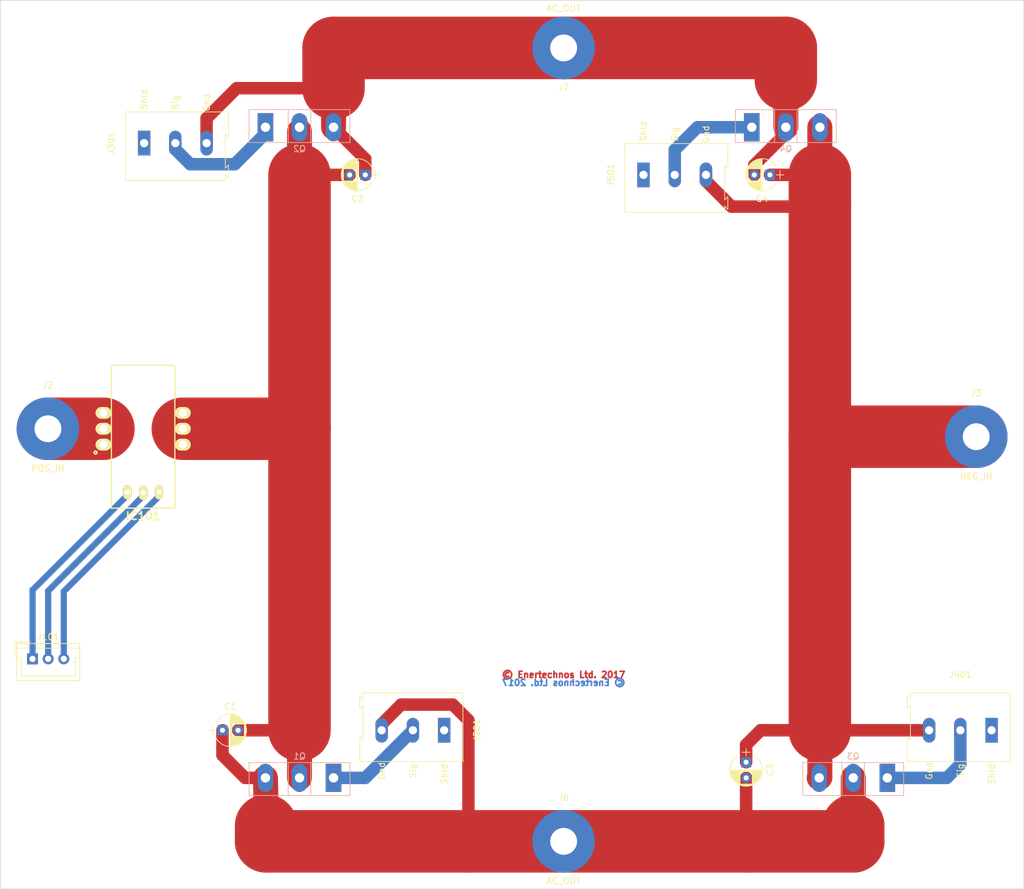
<source format=kicad_pcb>
(kicad_pcb (version 4) (host pcbnew 4.0.7)

  (general
    (links 32)
    (no_connects 4)
    (area 9.215716 13.81 220.980001 161.125)
    (thickness 1.6)
    (drawings 38)
    (tracks 86)
    (zones 0)
    (modules 18)
    (nets 13)
  )

  (page A4)
  (title_block
    (title "H-Bridge Power Board")
    (date 2017-12-14)
    (rev "Release 0.1")
    (company "Enertechnos Ltd.")
    (comment 1 "FOR REVIEW")
  )

  (layers
    (0 F.Cu mixed)
    (31 B.Cu power)
    (32 B.Adhes user hide)
    (33 F.Adhes user hide)
    (34 B.Paste user hide)
    (35 F.Paste user hide)
    (36 B.SilkS user)
    (37 F.SilkS user)
    (38 B.Mask user)
    (39 F.Mask user)
    (40 Dwgs.User user hide)
    (41 Cmts.User user hide)
    (42 Eco1.User user hide)
    (43 Eco2.User user hide)
    (44 Edge.Cuts user)
    (45 Margin user hide)
    (46 B.CrtYd user hide)
    (47 F.CrtYd user hide)
    (48 B.Fab user hide)
    (49 F.Fab user hide)
  )

  (setup
    (last_trace_width 1)
    (trace_clearance 0.4)
    (zone_clearance 0.508)
    (zone_45_only no)
    (trace_min 0.2)
    (segment_width 0.2)
    (edge_width 0.1)
    (via_size 1.5)
    (via_drill 1)
    (via_min_size 0.4)
    (via_min_drill 0.3)
    (uvia_size 1)
    (uvia_drill 0.5)
    (uvias_allowed no)
    (uvia_min_size 0.2)
    (uvia_min_drill 0.1)
    (pcb_text_width 0.3)
    (pcb_text_size 1.5 1.5)
    (mod_edge_width 0.15)
    (mod_text_size 1 1)
    (mod_text_width 0.15)
    (pad_size 10 10)
    (pad_drill 4.3)
    (pad_to_mask_clearance 0)
    (aux_axis_origin 0 0)
    (visible_elements 7FFFEFFF)
    (pcbplotparams
      (layerselection 0x010f0_80000001)
      (usegerberextensions false)
      (excludeedgelayer true)
      (linewidth 0.100000)
      (plotframeref false)
      (viasonmask false)
      (mode 1)
      (useauxorigin true)
      (hpglpennumber 1)
      (hpglpenspeed 20)
      (hpglpendiameter 15)
      (hpglpenoverlay 2)
      (psnegative false)
      (psa4output false)
      (plotreference true)
      (plotvalue true)
      (plotinvisibletext false)
      (padsonsilk false)
      (subtractmaskfromsilk false)
      (outputformat 1)
      (mirror false)
      (drillshape 0)
      (scaleselection 1)
      (outputdirectory Plot/))
  )

  (net 0 "")
  (net 1 GND_ISO_1)
  (net 2 DRV_GATE_1)
  (net 3 DRV_GATE_2)
  (net 4 DRV_GATE_3)
  (net 5 DRV_GATE_4)
  (net 6 GND_ISO_3)
  (net 7 "/SinglePowerSwitch 1/DRAIN")
  (net 8 GND_ISO_2)
  (net 9 ARD_5V)
  (net 10 ARD_GND)
  (net 11 ARD_CUR)
  (net 12 "Net-(IC101-Pad1)")

  (net_class Default "This is the default net class."
    (clearance 0.4)
    (trace_width 1)
    (via_dia 1.5)
    (via_drill 1)
    (uvia_dia 1)
    (uvia_drill 0.5)
    (add_net "/SinglePowerSwitch 1/DRAIN")
    (add_net ARD_5V)
    (add_net ARD_CUR)
    (add_net ARD_GND)
    (add_net DRV_GATE_1)
    (add_net DRV_GATE_2)
    (add_net DRV_GATE_3)
    (add_net DRV_GATE_4)
    (add_net GND_ISO_1)
    (add_net GND_ISO_2)
    (add_net GND_ISO_3)
    (add_net "Net-(IC101-Pad1)")
  )

  (net_class Power ""
    (clearance 1.5)
    (trace_width 5)
    (via_dia 1.5)
    (via_drill 1)
    (uvia_dia 1)
    (uvia_drill 0.5)
  )

  (module PartsLibraries:TerminalBlock_Altech_AK300-3_P5.00mm (layer F.Cu) (tedit 5AC4BBAD) (tstamp 5AC52AE4)
    (at 105.33 134.62 180)
    (descr "Altech AK300 terminal block, pitch 5.0mm, 45 degree angled, see http://www.mouser.com/ds/2/16/PCBMETRC-24178.pdf")
    (tags "Altech AK300 terminal block pitch 5.0mm")
    (path /59AEDD49/5AC4E93A)
    (fp_text reference J201 (at -5.24 0 270) (layer F.SilkS)
      (effects (font (size 1 1) (thickness 0.15)))
    )
    (fp_text value Conn_01x03 (at 4.95 10 180) (layer F.Fab)
      (effects (font (size 1 1) (thickness 0.15)))
    )
    (fp_text user Shld (at 0 -7 270) (layer F.SilkS)
      (effects (font (size 1 1) (thickness 0.15)))
    )
    (fp_text user Gnd (at 10 -6.5 450) (layer F.SilkS)
      (effects (font (size 1 1) (thickness 0.15)))
    )
    (fp_text user Sig (at 5 -6.5 270) (layer F.SilkS)
      (effects (font (size 1 1) (thickness 0.15)))
    )
    (fp_line (start -3 -5) (end -3 6) (layer F.SilkS) (width 0.12))
    (fp_line (start -3 6) (end 13 6) (layer F.SilkS) (width 0.12))
    (fp_line (start 13 6) (end 13 5) (layer F.SilkS) (width 0.12))
    (fp_line (start 13 5) (end 13.5 5.5) (layer F.SilkS) (width 0.12))
    (fp_line (start 13.5 5.5) (end 13.5 3.5) (layer F.SilkS) (width 0.12))
    (fp_line (start 13.5 3.5) (end 13 4) (layer F.SilkS) (width 0.12))
    (fp_line (start 13 4) (end 13 -1.5) (layer F.SilkS) (width 0.12))
    (fp_line (start 13 -1.5) (end 13.5 -1) (layer F.SilkS) (width 0.12))
    (fp_line (start 13.5 -1) (end 13.5 -5) (layer F.SilkS) (width 0.12))
    (fp_line (start 13.5 -5) (end -3 -5) (layer F.SilkS) (width 0.12))
    (fp_line (start -3.5 -5.5) (end 14 -5.5) (layer F.CrtYd) (width 0.05))
    (fp_line (start -3.5 -5.5) (end -3.5 6.5) (layer F.CrtYd) (width 0.05))
    (fp_line (start 14 6.5) (end 14 -5.5) (layer F.CrtYd) (width 0.05))
    (fp_line (start 14 6.5) (end -3.5 6.5) (layer F.CrtYd) (width 0.05))
    (pad 1 thru_hole rect (at 0 0 180) (size 1.98 3.96) (drill 1.32) (layers *.Cu *.Mask))
    (pad 2 thru_hole oval (at 5 0 180) (size 1.98 3.96) (drill 1.32) (layers *.Cu *.Mask)
      (net 2 DRV_GATE_1))
    (pad 3 thru_hole oval (at 10 0 180) (size 1.98 3.96) (drill 1.32) (layers *.Cu *.Mask)
      (net 1 GND_ISO_1))
    (model C:/Development/mlihardware/3D/17574.wrl
      (at (xyz 0 0 0))
      (scale (xyz 1 1 1))
      (rotate (xyz 0 0 0))
    )
  )

  (module PartsLibraries:TerminalBlock_Altech_AK300-3_P5.00mm (layer F.Cu) (tedit 5AC4BBAD) (tstamp 5AC52B2C)
    (at 137.24 45.72)
    (descr "Altech AK300 terminal block, pitch 5.0mm, 45 degree angled, see http://www.mouser.com/ds/2/16/PCBMETRC-24178.pdf")
    (tags "Altech AK300 terminal block pitch 5.0mm")
    (path /59AEEFCD/5AC4E93A)
    (fp_text reference J501 (at -5.24 0 90) (layer F.SilkS)
      (effects (font (size 1 1) (thickness 0.15)))
    )
    (fp_text value Conn_01x03 (at 4.95 10) (layer F.Fab)
      (effects (font (size 1 1) (thickness 0.15)))
    )
    (fp_text user Shld (at 0 -7 90) (layer F.SilkS)
      (effects (font (size 1 1) (thickness 0.15)))
    )
    (fp_text user Gnd (at 10 -6.5 270) (layer F.SilkS)
      (effects (font (size 1 1) (thickness 0.15)))
    )
    (fp_text user Sig (at 5 -6.5 90) (layer F.SilkS)
      (effects (font (size 1 1) (thickness 0.15)))
    )
    (fp_line (start -3 -5) (end -3 6) (layer F.SilkS) (width 0.12))
    (fp_line (start -3 6) (end 13 6) (layer F.SilkS) (width 0.12))
    (fp_line (start 13 6) (end 13 5) (layer F.SilkS) (width 0.12))
    (fp_line (start 13 5) (end 13.5 5.5) (layer F.SilkS) (width 0.12))
    (fp_line (start 13.5 5.5) (end 13.5 3.5) (layer F.SilkS) (width 0.12))
    (fp_line (start 13.5 3.5) (end 13 4) (layer F.SilkS) (width 0.12))
    (fp_line (start 13 4) (end 13 -1.5) (layer F.SilkS) (width 0.12))
    (fp_line (start 13 -1.5) (end 13.5 -1) (layer F.SilkS) (width 0.12))
    (fp_line (start 13.5 -1) (end 13.5 -5) (layer F.SilkS) (width 0.12))
    (fp_line (start 13.5 -5) (end -3 -5) (layer F.SilkS) (width 0.12))
    (fp_line (start -3.5 -5.5) (end 14 -5.5) (layer F.CrtYd) (width 0.05))
    (fp_line (start -3.5 -5.5) (end -3.5 6.5) (layer F.CrtYd) (width 0.05))
    (fp_line (start 14 6.5) (end 14 -5.5) (layer F.CrtYd) (width 0.05))
    (fp_line (start 14 6.5) (end -3.5 6.5) (layer F.CrtYd) (width 0.05))
    (pad 1 thru_hole rect (at 0 0) (size 1.98 3.96) (drill 1.32) (layers *.Cu *.Mask))
    (pad 2 thru_hole oval (at 5 0) (size 1.98 3.96) (drill 1.32) (layers *.Cu *.Mask)
      (net 5 DRV_GATE_4))
    (pad 3 thru_hole oval (at 10 0) (size 1.98 3.96) (drill 1.32) (layers *.Cu *.Mask)
      (net 6 GND_ISO_3))
    (model C:/Development/mlihardware/3D/17574.wrl
      (at (xyz 0 0 0))
      (scale (xyz 1 1 1))
      (rotate (xyz 0 0 0))
    )
  )

  (module PartsLibraries:PowerConnectorRound (layer F.Cu) (tedit 5A2985A4) (tstamp 5A291ED2)
    (at 124.46 152.4 90)
    (path /59AEFF90)
    (fp_text reference J6 (at 6.985 0 180) (layer F.SilkS)
      (effects (font (size 1 1) (thickness 0.15)))
    )
    (fp_text value AC_OUT (at -6.35 0 180) (layer F.SilkS)
      (effects (font (size 1 1) (thickness 0.15)))
    )
    (pad 1 thru_hole circle (at 0 0 90) (size 10 10) (drill 4.3) (layers *.Cu *.Mask)
      (net 1 GND_ISO_1))
  )

  (module PartsLibraries:PowerConnectorRound (layer F.Cu) (tedit 5A298574) (tstamp 5A291ED7)
    (at 124.46 25.4 90)
    (path /59AFA697)
    (fp_text reference J7 (at -6.35 0 180) (layer F.SilkS)
      (effects (font (size 1 1) (thickness 0.15)))
    )
    (fp_text value AC_OUT (at 6.35 0 360) (layer F.SilkS)
      (effects (font (size 1 1) (thickness 0.15)))
    )
    (pad 1 thru_hole circle (at 0 0 90) (size 10 10) (drill 4.3) (layers *.Cu *.Mask)
      (net 8 GND_ISO_2))
  )

  (module PartsLibraries:PowerConnectorRound (layer F.Cu) (tedit 5A298643) (tstamp 5A291ECD)
    (at 190.5 83.63 90)
    (path /5A28246C)
    (fp_text reference J3 (at 2.985 0 180) (layer F.SilkS)
      (effects (font (size 1 1) (thickness 0.15)))
    )
    (fp_text value NEG_IN (at -10.35 0 180) (layer F.SilkS)
      (effects (font (size 1 1) (thickness 0.15)))
    )
    (pad 1 thru_hole circle (at -4 0 90) (size 10 10) (drill 4.3) (layers *.Cu *.Mask)
      (net 6 GND_ISO_3))
  )

  (module PartsLibraries:PowerConnectorRound (layer F.Cu) (tedit 5A29863E) (tstamp 5A291EC8)
    (at 41.91 83.63 90)
    (path /5A28227C)
    (fp_text reference J2 (at 4.255 0 180) (layer F.SilkS)
      (effects (font (size 1 1) (thickness 0.15)))
    )
    (fp_text value POS_IN (at -9.08 0 180) (layer F.SilkS)
      (effects (font (size 1 1) (thickness 0.15)))
    )
    (pad 1 thru_hole circle (at -2.73 0 90) (size 10 10) (drill 4.3) (layers *.Cu *.Mask)
      (net 12 "Net-(IC101-Pad1)"))
  )

  (module TO_SOT_Packages_THT:TO-247_TO-3P_Vertical (layer B.Cu) (tedit 58CE52AE) (tstamp 59AF0986)
    (at 76.73 38.1)
    (descr "TO-247, Vertical, RM 5.45mm, TO-3P")
    (tags "TO-247 Vertical RM 5.45mm TO-3P")
    (path /59AEEDCB/59AEE014)
    (fp_text reference Q2 (at 5.45 3.45) (layer B.SilkS)
      (effects (font (size 1 1) (thickness 0.15)) (justify mirror))
    )
    (fp_text value RFP12N10L (at 5.45 -6.07) (layer B.Fab)
      (effects (font (size 1 1) (thickness 0.15)) (justify mirror))
    )
    (fp_text user %R (at 5.45 3.45) (layer B.Fab)
      (effects (font (size 1 1) (thickness 0.15)) (justify mirror))
    )
    (fp_line (start -2.5 2.33) (end -2.5 -2.7) (layer B.Fab) (width 0.1))
    (fp_line (start -2.5 -2.7) (end 13.4 -2.7) (layer B.Fab) (width 0.1))
    (fp_line (start 13.4 -2.7) (end 13.4 2.33) (layer B.Fab) (width 0.1))
    (fp_line (start 13.4 2.33) (end -2.5 2.33) (layer B.Fab) (width 0.1))
    (fp_line (start 3.645 2.33) (end 3.645 -2.7) (layer B.Fab) (width 0.1))
    (fp_line (start 7.255 2.33) (end 7.255 -2.7) (layer B.Fab) (width 0.1))
    (fp_line (start -2.62 2.451) (end 13.52 2.451) (layer B.SilkS) (width 0.12))
    (fp_line (start -2.62 -2.82) (end 13.52 -2.82) (layer B.SilkS) (width 0.12))
    (fp_line (start -2.62 2.451) (end -2.62 -2.82) (layer B.SilkS) (width 0.12))
    (fp_line (start 13.52 2.451) (end 13.52 -2.82) (layer B.SilkS) (width 0.12))
    (fp_line (start 3.646 2.451) (end 3.646 -2.82) (layer B.SilkS) (width 0.12))
    (fp_line (start 7.255 2.451) (end 7.255 -2.82) (layer B.SilkS) (width 0.12))
    (fp_line (start -2.75 2.59) (end -2.75 -2.95) (layer B.CrtYd) (width 0.05))
    (fp_line (start -2.75 -2.95) (end 13.65 -2.95) (layer B.CrtYd) (width 0.05))
    (fp_line (start 13.65 -2.95) (end 13.65 2.59) (layer B.CrtYd) (width 0.05))
    (fp_line (start 13.65 2.59) (end -2.75 2.59) (layer B.CrtYd) (width 0.05))
    (pad 1 thru_hole rect (at 0 0) (size 2.5 4.5) (drill 1.5) (layers *.Cu *.Mask)
      (net 3 DRV_GATE_2))
    (pad 2 thru_hole oval (at 5.45 0) (size 2.5 4.5) (drill 1.5) (layers *.Cu *.Mask)
      (net 7 "/SinglePowerSwitch 1/DRAIN"))
    (pad 3 thru_hole oval (at 10.9 0) (size 2.5 4.5) (drill 1.5) (layers *.Cu *.Mask)
      (net 8 GND_ISO_2))
    (model ${KISYS3DMOD}/TO_SOT_Packages_THT.3dshapes/TO-247_TO-3P_Vertical.wrl
      (at (xyz 0.212598 0 0))
      (scale (xyz 1 1 1))
      (rotate (xyz 0 0 0))
    )
  )

  (module PartsLibraries:CP_Radial_D5.0mm_P2.50mm (layer F.Cu) (tedit 597BC7C2) (tstamp 59AF0722)
    (at 69.85 134.62)
    (descr "CP, Radial series, Radial, pin pitch=2.50mm, , diameter=5mm, Electrolytic Capacitor")
    (tags "CP Radial series Radial pin pitch 2.50mm  diameter 5mm Electrolytic Capacitor")
    (path /59AEDD49/59AEE01D)
    (fp_text reference C1 (at 1.25 -3.81) (layer F.SilkS)
      (effects (font (size 1 1) (thickness 0.15)))
    )
    (fp_text value C (at 1.25 3.81) (layer F.Fab)
      (effects (font (size 1 1) (thickness 0.15)))
    )
    (fp_arc (start 1.25 0) (end -1.05558 -1.18) (angle 125.8) (layer F.SilkS) (width 0.12))
    (fp_arc (start 1.25 0) (end -1.05558 1.18) (angle -125.8) (layer F.SilkS) (width 0.12))
    (fp_arc (start 1.25 0) (end 3.55558 -1.18) (angle 54.2) (layer F.SilkS) (width 0.12))
    (fp_circle (center 1.25 0) (end 3.75 0) (layer F.Fab) (width 0.1))
    (fp_line (start -2.2 0) (end -1 0) (layer F.Fab) (width 0.1))
    (fp_line (start -1.6 -0.65) (end -1.6 0.65) (layer F.Fab) (width 0.1))
    (fp_line (start 1.25 -2.55) (end 1.25 2.55) (layer F.SilkS) (width 0.12))
    (fp_line (start 1.29 -2.55) (end 1.29 2.55) (layer F.SilkS) (width 0.12))
    (fp_line (start 1.33 -2.549) (end 1.33 2.549) (layer F.SilkS) (width 0.12))
    (fp_line (start 1.37 -2.548) (end 1.37 2.548) (layer F.SilkS) (width 0.12))
    (fp_line (start 1.41 -2.546) (end 1.41 2.546) (layer F.SilkS) (width 0.12))
    (fp_line (start 1.45 -2.543) (end 1.45 2.543) (layer F.SilkS) (width 0.12))
    (fp_line (start 1.49 -2.539) (end 1.49 2.539) (layer F.SilkS) (width 0.12))
    (fp_line (start 1.53 -2.535) (end 1.53 -0.98) (layer F.SilkS) (width 0.12))
    (fp_line (start 1.53 0.98) (end 1.53 2.535) (layer F.SilkS) (width 0.12))
    (fp_line (start 1.57 -2.531) (end 1.57 -0.98) (layer F.SilkS) (width 0.12))
    (fp_line (start 1.57 0.98) (end 1.57 2.531) (layer F.SilkS) (width 0.12))
    (fp_line (start 1.61 -2.525) (end 1.61 -0.98) (layer F.SilkS) (width 0.12))
    (fp_line (start 1.61 0.98) (end 1.61 2.525) (layer F.SilkS) (width 0.12))
    (fp_line (start 1.65 -2.519) (end 1.65 -0.98) (layer F.SilkS) (width 0.12))
    (fp_line (start 1.65 0.98) (end 1.65 2.519) (layer F.SilkS) (width 0.12))
    (fp_line (start 1.69 -2.513) (end 1.69 -0.98) (layer F.SilkS) (width 0.12))
    (fp_line (start 1.69 0.98) (end 1.69 2.513) (layer F.SilkS) (width 0.12))
    (fp_line (start 1.73 -2.506) (end 1.73 -0.98) (layer F.SilkS) (width 0.12))
    (fp_line (start 1.73 0.98) (end 1.73 2.506) (layer F.SilkS) (width 0.12))
    (fp_line (start 1.77 -2.498) (end 1.77 -0.98) (layer F.SilkS) (width 0.12))
    (fp_line (start 1.77 0.98) (end 1.77 2.498) (layer F.SilkS) (width 0.12))
    (fp_line (start 1.81 -2.489) (end 1.81 -0.98) (layer F.SilkS) (width 0.12))
    (fp_line (start 1.81 0.98) (end 1.81 2.489) (layer F.SilkS) (width 0.12))
    (fp_line (start 1.85 -2.48) (end 1.85 -0.98) (layer F.SilkS) (width 0.12))
    (fp_line (start 1.85 0.98) (end 1.85 2.48) (layer F.SilkS) (width 0.12))
    (fp_line (start 1.89 -2.47) (end 1.89 -0.98) (layer F.SilkS) (width 0.12))
    (fp_line (start 1.89 0.98) (end 1.89 2.47) (layer F.SilkS) (width 0.12))
    (fp_line (start 1.93 -2.46) (end 1.93 -0.98) (layer F.SilkS) (width 0.12))
    (fp_line (start 1.93 0.98) (end 1.93 2.46) (layer F.SilkS) (width 0.12))
    (fp_line (start 1.971 -2.448) (end 1.971 -0.98) (layer F.SilkS) (width 0.12))
    (fp_line (start 1.971 0.98) (end 1.971 2.448) (layer F.SilkS) (width 0.12))
    (fp_line (start 2.011 -2.436) (end 2.011 -0.98) (layer F.SilkS) (width 0.12))
    (fp_line (start 2.011 0.98) (end 2.011 2.436) (layer F.SilkS) (width 0.12))
    (fp_line (start 2.051 -2.424) (end 2.051 -0.98) (layer F.SilkS) (width 0.12))
    (fp_line (start 2.051 0.98) (end 2.051 2.424) (layer F.SilkS) (width 0.12))
    (fp_line (start 2.091 -2.41) (end 2.091 -0.98) (layer F.SilkS) (width 0.12))
    (fp_line (start 2.091 0.98) (end 2.091 2.41) (layer F.SilkS) (width 0.12))
    (fp_line (start 2.131 -2.396) (end 2.131 -0.98) (layer F.SilkS) (width 0.12))
    (fp_line (start 2.131 0.98) (end 2.131 2.396) (layer F.SilkS) (width 0.12))
    (fp_line (start 2.171 -2.382) (end 2.171 -0.98) (layer F.SilkS) (width 0.12))
    (fp_line (start 2.171 0.98) (end 2.171 2.382) (layer F.SilkS) (width 0.12))
    (fp_line (start 2.211 -2.366) (end 2.211 -0.98) (layer F.SilkS) (width 0.12))
    (fp_line (start 2.211 0.98) (end 2.211 2.366) (layer F.SilkS) (width 0.12))
    (fp_line (start 2.251 -2.35) (end 2.251 -0.98) (layer F.SilkS) (width 0.12))
    (fp_line (start 2.251 0.98) (end 2.251 2.35) (layer F.SilkS) (width 0.12))
    (fp_line (start 2.291 -2.333) (end 2.291 -0.98) (layer F.SilkS) (width 0.12))
    (fp_line (start 2.291 0.98) (end 2.291 2.333) (layer F.SilkS) (width 0.12))
    (fp_line (start 2.331 -2.315) (end 2.331 -0.98) (layer F.SilkS) (width 0.12))
    (fp_line (start 2.331 0.98) (end 2.331 2.315) (layer F.SilkS) (width 0.12))
    (fp_line (start 2.371 -2.296) (end 2.371 -0.98) (layer F.SilkS) (width 0.12))
    (fp_line (start 2.371 0.98) (end 2.371 2.296) (layer F.SilkS) (width 0.12))
    (fp_line (start 2.411 -2.276) (end 2.411 -0.98) (layer F.SilkS) (width 0.12))
    (fp_line (start 2.411 0.98) (end 2.411 2.276) (layer F.SilkS) (width 0.12))
    (fp_line (start 2.451 -2.256) (end 2.451 -0.98) (layer F.SilkS) (width 0.12))
    (fp_line (start 2.451 0.98) (end 2.451 2.256) (layer F.SilkS) (width 0.12))
    (fp_line (start 2.491 -2.234) (end 2.491 -0.98) (layer F.SilkS) (width 0.12))
    (fp_line (start 2.491 0.98) (end 2.491 2.234) (layer F.SilkS) (width 0.12))
    (fp_line (start 2.531 -2.212) (end 2.531 -0.98) (layer F.SilkS) (width 0.12))
    (fp_line (start 2.531 0.98) (end 2.531 2.212) (layer F.SilkS) (width 0.12))
    (fp_line (start 2.571 -2.189) (end 2.571 -0.98) (layer F.SilkS) (width 0.12))
    (fp_line (start 2.571 0.98) (end 2.571 2.189) (layer F.SilkS) (width 0.12))
    (fp_line (start 2.611 -2.165) (end 2.611 -0.98) (layer F.SilkS) (width 0.12))
    (fp_line (start 2.611 0.98) (end 2.611 2.165) (layer F.SilkS) (width 0.12))
    (fp_line (start 2.651 -2.14) (end 2.651 -0.98) (layer F.SilkS) (width 0.12))
    (fp_line (start 2.651 0.98) (end 2.651 2.14) (layer F.SilkS) (width 0.12))
    (fp_line (start 2.691 -2.113) (end 2.691 -0.98) (layer F.SilkS) (width 0.12))
    (fp_line (start 2.691 0.98) (end 2.691 2.113) (layer F.SilkS) (width 0.12))
    (fp_line (start 2.731 -2.086) (end 2.731 -0.98) (layer F.SilkS) (width 0.12))
    (fp_line (start 2.731 0.98) (end 2.731 2.086) (layer F.SilkS) (width 0.12))
    (fp_line (start 2.771 -2.058) (end 2.771 -0.98) (layer F.SilkS) (width 0.12))
    (fp_line (start 2.771 0.98) (end 2.771 2.058) (layer F.SilkS) (width 0.12))
    (fp_line (start 2.811 -2.028) (end 2.811 -0.98) (layer F.SilkS) (width 0.12))
    (fp_line (start 2.811 0.98) (end 2.811 2.028) (layer F.SilkS) (width 0.12))
    (fp_line (start 2.851 -1.997) (end 2.851 -0.98) (layer F.SilkS) (width 0.12))
    (fp_line (start 2.851 0.98) (end 2.851 1.997) (layer F.SilkS) (width 0.12))
    (fp_line (start 2.891 -1.965) (end 2.891 -0.98) (layer F.SilkS) (width 0.12))
    (fp_line (start 2.891 0.98) (end 2.891 1.965) (layer F.SilkS) (width 0.12))
    (fp_line (start 2.931 -1.932) (end 2.931 -0.98) (layer F.SilkS) (width 0.12))
    (fp_line (start 2.931 0.98) (end 2.931 1.932) (layer F.SilkS) (width 0.12))
    (fp_line (start 2.971 -1.897) (end 2.971 -0.98) (layer F.SilkS) (width 0.12))
    (fp_line (start 2.971 0.98) (end 2.971 1.897) (layer F.SilkS) (width 0.12))
    (fp_line (start 3.011 -1.861) (end 3.011 -0.98) (layer F.SilkS) (width 0.12))
    (fp_line (start 3.011 0.98) (end 3.011 1.861) (layer F.SilkS) (width 0.12))
    (fp_line (start 3.051 -1.823) (end 3.051 -0.98) (layer F.SilkS) (width 0.12))
    (fp_line (start 3.051 0.98) (end 3.051 1.823) (layer F.SilkS) (width 0.12))
    (fp_line (start 3.091 -1.783) (end 3.091 -0.98) (layer F.SilkS) (width 0.12))
    (fp_line (start 3.091 0.98) (end 3.091 1.783) (layer F.SilkS) (width 0.12))
    (fp_line (start 3.131 -1.742) (end 3.131 -0.98) (layer F.SilkS) (width 0.12))
    (fp_line (start 3.131 0.98) (end 3.131 1.742) (layer F.SilkS) (width 0.12))
    (fp_line (start 3.171 -1.699) (end 3.171 -0.98) (layer F.SilkS) (width 0.12))
    (fp_line (start 3.171 0.98) (end 3.171 1.699) (layer F.SilkS) (width 0.12))
    (fp_line (start 3.211 -1.654) (end 3.211 -0.98) (layer F.SilkS) (width 0.12))
    (fp_line (start 3.211 0.98) (end 3.211 1.654) (layer F.SilkS) (width 0.12))
    (fp_line (start 3.251 -1.606) (end 3.251 -0.98) (layer F.SilkS) (width 0.12))
    (fp_line (start 3.251 0.98) (end 3.251 1.606) (layer F.SilkS) (width 0.12))
    (fp_line (start 3.291 -1.556) (end 3.291 -0.98) (layer F.SilkS) (width 0.12))
    (fp_line (start 3.291 0.98) (end 3.291 1.556) (layer F.SilkS) (width 0.12))
    (fp_line (start 3.331 -1.504) (end 3.331 -0.98) (layer F.SilkS) (width 0.12))
    (fp_line (start 3.331 0.98) (end 3.331 1.504) (layer F.SilkS) (width 0.12))
    (fp_line (start 3.371 -1.448) (end 3.371 -0.98) (layer F.SilkS) (width 0.12))
    (fp_line (start 3.371 0.98) (end 3.371 1.448) (layer F.SilkS) (width 0.12))
    (fp_line (start 3.411 -1.39) (end 3.411 -0.98) (layer F.SilkS) (width 0.12))
    (fp_line (start 3.411 0.98) (end 3.411 1.39) (layer F.SilkS) (width 0.12))
    (fp_line (start 3.451 -1.327) (end 3.451 -0.98) (layer F.SilkS) (width 0.12))
    (fp_line (start 3.451 0.98) (end 3.451 1.327) (layer F.SilkS) (width 0.12))
    (fp_line (start 3.491 -1.261) (end 3.491 1.261) (layer F.SilkS) (width 0.12))
    (fp_line (start 3.531 -1.189) (end 3.531 1.189) (layer F.SilkS) (width 0.12))
    (fp_line (start 3.571 -1.112) (end 3.571 1.112) (layer F.SilkS) (width 0.12))
    (fp_line (start 3.611 -1.028) (end 3.611 1.028) (layer F.SilkS) (width 0.12))
    (fp_line (start 3.651 -0.934) (end 3.651 0.934) (layer F.SilkS) (width 0.12))
    (fp_line (start 3.691 -0.829) (end 3.691 0.829) (layer F.SilkS) (width 0.12))
    (fp_line (start 3.731 -0.707) (end 3.731 0.707) (layer F.SilkS) (width 0.12))
    (fp_line (start 3.771 -0.559) (end 3.771 0.559) (layer F.SilkS) (width 0.12))
    (fp_line (start 3.811 -0.354) (end 3.811 0.354) (layer F.SilkS) (width 0.12))
    (fp_line (start -2.2 0) (end -1 0) (layer F.SilkS) (width 0.12))
    (fp_line (start -1.6 -0.65) (end -1.6 0.65) (layer F.SilkS) (width 0.12))
    (fp_line (start -1.6 -2.85) (end -1.6 2.85) (layer F.CrtYd) (width 0.05))
    (fp_line (start -1.6 2.85) (end 4.1 2.85) (layer F.CrtYd) (width 0.05))
    (fp_line (start 4.1 2.85) (end 4.1 -2.85) (layer F.CrtYd) (width 0.05))
    (fp_line (start 4.1 -2.85) (end -1.6 -2.85) (layer F.CrtYd) (width 0.05))
    (fp_text user %R (at 1.25 0) (layer F.Fab)
      (effects (font (size 1 1) (thickness 0.15)))
    )
    (pad 1 thru_hole rect (at 0 0) (size 1.6 1.6) (drill 0.8) (layers *.Cu *.Mask)
      (net 1 GND_ISO_1))
    (pad 2 thru_hole circle (at 2.5 0) (size 1.6 1.6) (drill 0.8) (layers *.Cu *.Mask)
      (net 7 "/SinglePowerSwitch 1/DRAIN"))
    (model ${KISYS3DMOD}/Capacitors_THT.3dshapes/CP_Radial_D5.0mm_P2.50mm.wrl
      (at (xyz 0 0 0))
      (scale (xyz 1 1 1))
      (rotate (xyz 0 0 0))
    )
  )

  (module PartsLibraries:CP_Radial_D5.0mm_P2.50mm (layer F.Cu) (tedit 597BC7C2) (tstamp 59AF082C)
    (at 153.67 139.74 270)
    (descr "CP, Radial series, Radial, pin pitch=2.50mm, , diameter=5mm, Electrolytic Capacitor")
    (tags "CP Radial series Radial pin pitch 2.50mm  diameter 5mm Electrolytic Capacitor")
    (path /59AEEFC6/59AEE01D)
    (fp_text reference C3 (at 1.25 -3.81 270) (layer F.SilkS)
      (effects (font (size 1 1) (thickness 0.15)))
    )
    (fp_text value C (at 1.25 3.81 270) (layer F.Fab)
      (effects (font (size 1 1) (thickness 0.15)))
    )
    (fp_arc (start 1.25 0) (end -1.05558 -1.18) (angle 125.8) (layer F.SilkS) (width 0.12))
    (fp_arc (start 1.25 0) (end -1.05558 1.18) (angle -125.8) (layer F.SilkS) (width 0.12))
    (fp_arc (start 1.25 0) (end 3.55558 -1.18) (angle 54.2) (layer F.SilkS) (width 0.12))
    (fp_circle (center 1.25 0) (end 3.75 0) (layer F.Fab) (width 0.1))
    (fp_line (start -2.2 0) (end -1 0) (layer F.Fab) (width 0.1))
    (fp_line (start -1.6 -0.65) (end -1.6 0.65) (layer F.Fab) (width 0.1))
    (fp_line (start 1.25 -2.55) (end 1.25 2.55) (layer F.SilkS) (width 0.12))
    (fp_line (start 1.29 -2.55) (end 1.29 2.55) (layer F.SilkS) (width 0.12))
    (fp_line (start 1.33 -2.549) (end 1.33 2.549) (layer F.SilkS) (width 0.12))
    (fp_line (start 1.37 -2.548) (end 1.37 2.548) (layer F.SilkS) (width 0.12))
    (fp_line (start 1.41 -2.546) (end 1.41 2.546) (layer F.SilkS) (width 0.12))
    (fp_line (start 1.45 -2.543) (end 1.45 2.543) (layer F.SilkS) (width 0.12))
    (fp_line (start 1.49 -2.539) (end 1.49 2.539) (layer F.SilkS) (width 0.12))
    (fp_line (start 1.53 -2.535) (end 1.53 -0.98) (layer F.SilkS) (width 0.12))
    (fp_line (start 1.53 0.98) (end 1.53 2.535) (layer F.SilkS) (width 0.12))
    (fp_line (start 1.57 -2.531) (end 1.57 -0.98) (layer F.SilkS) (width 0.12))
    (fp_line (start 1.57 0.98) (end 1.57 2.531) (layer F.SilkS) (width 0.12))
    (fp_line (start 1.61 -2.525) (end 1.61 -0.98) (layer F.SilkS) (width 0.12))
    (fp_line (start 1.61 0.98) (end 1.61 2.525) (layer F.SilkS) (width 0.12))
    (fp_line (start 1.65 -2.519) (end 1.65 -0.98) (layer F.SilkS) (width 0.12))
    (fp_line (start 1.65 0.98) (end 1.65 2.519) (layer F.SilkS) (width 0.12))
    (fp_line (start 1.69 -2.513) (end 1.69 -0.98) (layer F.SilkS) (width 0.12))
    (fp_line (start 1.69 0.98) (end 1.69 2.513) (layer F.SilkS) (width 0.12))
    (fp_line (start 1.73 -2.506) (end 1.73 -0.98) (layer F.SilkS) (width 0.12))
    (fp_line (start 1.73 0.98) (end 1.73 2.506) (layer F.SilkS) (width 0.12))
    (fp_line (start 1.77 -2.498) (end 1.77 -0.98) (layer F.SilkS) (width 0.12))
    (fp_line (start 1.77 0.98) (end 1.77 2.498) (layer F.SilkS) (width 0.12))
    (fp_line (start 1.81 -2.489) (end 1.81 -0.98) (layer F.SilkS) (width 0.12))
    (fp_line (start 1.81 0.98) (end 1.81 2.489) (layer F.SilkS) (width 0.12))
    (fp_line (start 1.85 -2.48) (end 1.85 -0.98) (layer F.SilkS) (width 0.12))
    (fp_line (start 1.85 0.98) (end 1.85 2.48) (layer F.SilkS) (width 0.12))
    (fp_line (start 1.89 -2.47) (end 1.89 -0.98) (layer F.SilkS) (width 0.12))
    (fp_line (start 1.89 0.98) (end 1.89 2.47) (layer F.SilkS) (width 0.12))
    (fp_line (start 1.93 -2.46) (end 1.93 -0.98) (layer F.SilkS) (width 0.12))
    (fp_line (start 1.93 0.98) (end 1.93 2.46) (layer F.SilkS) (width 0.12))
    (fp_line (start 1.971 -2.448) (end 1.971 -0.98) (layer F.SilkS) (width 0.12))
    (fp_line (start 1.971 0.98) (end 1.971 2.448) (layer F.SilkS) (width 0.12))
    (fp_line (start 2.011 -2.436) (end 2.011 -0.98) (layer F.SilkS) (width 0.12))
    (fp_line (start 2.011 0.98) (end 2.011 2.436) (layer F.SilkS) (width 0.12))
    (fp_line (start 2.051 -2.424) (end 2.051 -0.98) (layer F.SilkS) (width 0.12))
    (fp_line (start 2.051 0.98) (end 2.051 2.424) (layer F.SilkS) (width 0.12))
    (fp_line (start 2.091 -2.41) (end 2.091 -0.98) (layer F.SilkS) (width 0.12))
    (fp_line (start 2.091 0.98) (end 2.091 2.41) (layer F.SilkS) (width 0.12))
    (fp_line (start 2.131 -2.396) (end 2.131 -0.98) (layer F.SilkS) (width 0.12))
    (fp_line (start 2.131 0.98) (end 2.131 2.396) (layer F.SilkS) (width 0.12))
    (fp_line (start 2.171 -2.382) (end 2.171 -0.98) (layer F.SilkS) (width 0.12))
    (fp_line (start 2.171 0.98) (end 2.171 2.382) (layer F.SilkS) (width 0.12))
    (fp_line (start 2.211 -2.366) (end 2.211 -0.98) (layer F.SilkS) (width 0.12))
    (fp_line (start 2.211 0.98) (end 2.211 2.366) (layer F.SilkS) (width 0.12))
    (fp_line (start 2.251 -2.35) (end 2.251 -0.98) (layer F.SilkS) (width 0.12))
    (fp_line (start 2.251 0.98) (end 2.251 2.35) (layer F.SilkS) (width 0.12))
    (fp_line (start 2.291 -2.333) (end 2.291 -0.98) (layer F.SilkS) (width 0.12))
    (fp_line (start 2.291 0.98) (end 2.291 2.333) (layer F.SilkS) (width 0.12))
    (fp_line (start 2.331 -2.315) (end 2.331 -0.98) (layer F.SilkS) (width 0.12))
    (fp_line (start 2.331 0.98) (end 2.331 2.315) (layer F.SilkS) (width 0.12))
    (fp_line (start 2.371 -2.296) (end 2.371 -0.98) (layer F.SilkS) (width 0.12))
    (fp_line (start 2.371 0.98) (end 2.371 2.296) (layer F.SilkS) (width 0.12))
    (fp_line (start 2.411 -2.276) (end 2.411 -0.98) (layer F.SilkS) (width 0.12))
    (fp_line (start 2.411 0.98) (end 2.411 2.276) (layer F.SilkS) (width 0.12))
    (fp_line (start 2.451 -2.256) (end 2.451 -0.98) (layer F.SilkS) (width 0.12))
    (fp_line (start 2.451 0.98) (end 2.451 2.256) (layer F.SilkS) (width 0.12))
    (fp_line (start 2.491 -2.234) (end 2.491 -0.98) (layer F.SilkS) (width 0.12))
    (fp_line (start 2.491 0.98) (end 2.491 2.234) (layer F.SilkS) (width 0.12))
    (fp_line (start 2.531 -2.212) (end 2.531 -0.98) (layer F.SilkS) (width 0.12))
    (fp_line (start 2.531 0.98) (end 2.531 2.212) (layer F.SilkS) (width 0.12))
    (fp_line (start 2.571 -2.189) (end 2.571 -0.98) (layer F.SilkS) (width 0.12))
    (fp_line (start 2.571 0.98) (end 2.571 2.189) (layer F.SilkS) (width 0.12))
    (fp_line (start 2.611 -2.165) (end 2.611 -0.98) (layer F.SilkS) (width 0.12))
    (fp_line (start 2.611 0.98) (end 2.611 2.165) (layer F.SilkS) (width 0.12))
    (fp_line (start 2.651 -2.14) (end 2.651 -0.98) (layer F.SilkS) (width 0.12))
    (fp_line (start 2.651 0.98) (end 2.651 2.14) (layer F.SilkS) (width 0.12))
    (fp_line (start 2.691 -2.113) (end 2.691 -0.98) (layer F.SilkS) (width 0.12))
    (fp_line (start 2.691 0.98) (end 2.691 2.113) (layer F.SilkS) (width 0.12))
    (fp_line (start 2.731 -2.086) (end 2.731 -0.98) (layer F.SilkS) (width 0.12))
    (fp_line (start 2.731 0.98) (end 2.731 2.086) (layer F.SilkS) (width 0.12))
    (fp_line (start 2.771 -2.058) (end 2.771 -0.98) (layer F.SilkS) (width 0.12))
    (fp_line (start 2.771 0.98) (end 2.771 2.058) (layer F.SilkS) (width 0.12))
    (fp_line (start 2.811 -2.028) (end 2.811 -0.98) (layer F.SilkS) (width 0.12))
    (fp_line (start 2.811 0.98) (end 2.811 2.028) (layer F.SilkS) (width 0.12))
    (fp_line (start 2.851 -1.997) (end 2.851 -0.98) (layer F.SilkS) (width 0.12))
    (fp_line (start 2.851 0.98) (end 2.851 1.997) (layer F.SilkS) (width 0.12))
    (fp_line (start 2.891 -1.965) (end 2.891 -0.98) (layer F.SilkS) (width 0.12))
    (fp_line (start 2.891 0.98) (end 2.891 1.965) (layer F.SilkS) (width 0.12))
    (fp_line (start 2.931 -1.932) (end 2.931 -0.98) (layer F.SilkS) (width 0.12))
    (fp_line (start 2.931 0.98) (end 2.931 1.932) (layer F.SilkS) (width 0.12))
    (fp_line (start 2.971 -1.897) (end 2.971 -0.98) (layer F.SilkS) (width 0.12))
    (fp_line (start 2.971 0.98) (end 2.971 1.897) (layer F.SilkS) (width 0.12))
    (fp_line (start 3.011 -1.861) (end 3.011 -0.98) (layer F.SilkS) (width 0.12))
    (fp_line (start 3.011 0.98) (end 3.011 1.861) (layer F.SilkS) (width 0.12))
    (fp_line (start 3.051 -1.823) (end 3.051 -0.98) (layer F.SilkS) (width 0.12))
    (fp_line (start 3.051 0.98) (end 3.051 1.823) (layer F.SilkS) (width 0.12))
    (fp_line (start 3.091 -1.783) (end 3.091 -0.98) (layer F.SilkS) (width 0.12))
    (fp_line (start 3.091 0.98) (end 3.091 1.783) (layer F.SilkS) (width 0.12))
    (fp_line (start 3.131 -1.742) (end 3.131 -0.98) (layer F.SilkS) (width 0.12))
    (fp_line (start 3.131 0.98) (end 3.131 1.742) (layer F.SilkS) (width 0.12))
    (fp_line (start 3.171 -1.699) (end 3.171 -0.98) (layer F.SilkS) (width 0.12))
    (fp_line (start 3.171 0.98) (end 3.171 1.699) (layer F.SilkS) (width 0.12))
    (fp_line (start 3.211 -1.654) (end 3.211 -0.98) (layer F.SilkS) (width 0.12))
    (fp_line (start 3.211 0.98) (end 3.211 1.654) (layer F.SilkS) (width 0.12))
    (fp_line (start 3.251 -1.606) (end 3.251 -0.98) (layer F.SilkS) (width 0.12))
    (fp_line (start 3.251 0.98) (end 3.251 1.606) (layer F.SilkS) (width 0.12))
    (fp_line (start 3.291 -1.556) (end 3.291 -0.98) (layer F.SilkS) (width 0.12))
    (fp_line (start 3.291 0.98) (end 3.291 1.556) (layer F.SilkS) (width 0.12))
    (fp_line (start 3.331 -1.504) (end 3.331 -0.98) (layer F.SilkS) (width 0.12))
    (fp_line (start 3.331 0.98) (end 3.331 1.504) (layer F.SilkS) (width 0.12))
    (fp_line (start 3.371 -1.448) (end 3.371 -0.98) (layer F.SilkS) (width 0.12))
    (fp_line (start 3.371 0.98) (end 3.371 1.448) (layer F.SilkS) (width 0.12))
    (fp_line (start 3.411 -1.39) (end 3.411 -0.98) (layer F.SilkS) (width 0.12))
    (fp_line (start 3.411 0.98) (end 3.411 1.39) (layer F.SilkS) (width 0.12))
    (fp_line (start 3.451 -1.327) (end 3.451 -0.98) (layer F.SilkS) (width 0.12))
    (fp_line (start 3.451 0.98) (end 3.451 1.327) (layer F.SilkS) (width 0.12))
    (fp_line (start 3.491 -1.261) (end 3.491 1.261) (layer F.SilkS) (width 0.12))
    (fp_line (start 3.531 -1.189) (end 3.531 1.189) (layer F.SilkS) (width 0.12))
    (fp_line (start 3.571 -1.112) (end 3.571 1.112) (layer F.SilkS) (width 0.12))
    (fp_line (start 3.611 -1.028) (end 3.611 1.028) (layer F.SilkS) (width 0.12))
    (fp_line (start 3.651 -0.934) (end 3.651 0.934) (layer F.SilkS) (width 0.12))
    (fp_line (start 3.691 -0.829) (end 3.691 0.829) (layer F.SilkS) (width 0.12))
    (fp_line (start 3.731 -0.707) (end 3.731 0.707) (layer F.SilkS) (width 0.12))
    (fp_line (start 3.771 -0.559) (end 3.771 0.559) (layer F.SilkS) (width 0.12))
    (fp_line (start 3.811 -0.354) (end 3.811 0.354) (layer F.SilkS) (width 0.12))
    (fp_line (start -2.2 0) (end -1 0) (layer F.SilkS) (width 0.12))
    (fp_line (start -1.6 -0.65) (end -1.6 0.65) (layer F.SilkS) (width 0.12))
    (fp_line (start -1.6 -2.85) (end -1.6 2.85) (layer F.CrtYd) (width 0.05))
    (fp_line (start -1.6 2.85) (end 4.1 2.85) (layer F.CrtYd) (width 0.05))
    (fp_line (start 4.1 2.85) (end 4.1 -2.85) (layer F.CrtYd) (width 0.05))
    (fp_line (start 4.1 -2.85) (end -1.6 -2.85) (layer F.CrtYd) (width 0.05))
    (fp_text user %R (at 1.25 0 270) (layer F.Fab)
      (effects (font (size 1 1) (thickness 0.15)))
    )
    (pad 1 thru_hole rect (at 0 0 270) (size 1.6 1.6) (drill 0.8) (layers *.Cu *.Mask)
      (net 6 GND_ISO_3))
    (pad 2 thru_hole circle (at 2.5 0 270) (size 1.6 1.6) (drill 0.8) (layers *.Cu *.Mask)
      (net 1 GND_ISO_1))
    (model ${KISYS3DMOD}/Capacitors_THT.3dshapes/CP_Radial_D5.0mm_P2.50mm.wrl
      (at (xyz 0 0 0))
      (scale (xyz 1 1 1))
      (rotate (xyz 0 0 0))
    )
  )

  (module PartsLibraries:CP_Radial_D5.0mm_P2.50mm (layer F.Cu) (tedit 597BC7C2) (tstamp 59AF07A7)
    (at 92.71 45.72 180)
    (descr "CP, Radial series, Radial, pin pitch=2.50mm, , diameter=5mm, Electrolytic Capacitor")
    (tags "CP Radial series Radial pin pitch 2.50mm  diameter 5mm Electrolytic Capacitor")
    (path /59AEEDCB/59AEE01D)
    (fp_text reference C2 (at 1.25 -3.81 180) (layer F.SilkS)
      (effects (font (size 1 1) (thickness 0.15)))
    )
    (fp_text value C (at 1.25 3.81 180) (layer F.Fab)
      (effects (font (size 1 1) (thickness 0.15)))
    )
    (fp_arc (start 1.25 0) (end -1.05558 -1.18) (angle 125.8) (layer F.SilkS) (width 0.12))
    (fp_arc (start 1.25 0) (end -1.05558 1.18) (angle -125.8) (layer F.SilkS) (width 0.12))
    (fp_arc (start 1.25 0) (end 3.55558 -1.18) (angle 54.2) (layer F.SilkS) (width 0.12))
    (fp_circle (center 1.25 0) (end 3.75 0) (layer F.Fab) (width 0.1))
    (fp_line (start -2.2 0) (end -1 0) (layer F.Fab) (width 0.1))
    (fp_line (start -1.6 -0.65) (end -1.6 0.65) (layer F.Fab) (width 0.1))
    (fp_line (start 1.25 -2.55) (end 1.25 2.55) (layer F.SilkS) (width 0.12))
    (fp_line (start 1.29 -2.55) (end 1.29 2.55) (layer F.SilkS) (width 0.12))
    (fp_line (start 1.33 -2.549) (end 1.33 2.549) (layer F.SilkS) (width 0.12))
    (fp_line (start 1.37 -2.548) (end 1.37 2.548) (layer F.SilkS) (width 0.12))
    (fp_line (start 1.41 -2.546) (end 1.41 2.546) (layer F.SilkS) (width 0.12))
    (fp_line (start 1.45 -2.543) (end 1.45 2.543) (layer F.SilkS) (width 0.12))
    (fp_line (start 1.49 -2.539) (end 1.49 2.539) (layer F.SilkS) (width 0.12))
    (fp_line (start 1.53 -2.535) (end 1.53 -0.98) (layer F.SilkS) (width 0.12))
    (fp_line (start 1.53 0.98) (end 1.53 2.535) (layer F.SilkS) (width 0.12))
    (fp_line (start 1.57 -2.531) (end 1.57 -0.98) (layer F.SilkS) (width 0.12))
    (fp_line (start 1.57 0.98) (end 1.57 2.531) (layer F.SilkS) (width 0.12))
    (fp_line (start 1.61 -2.525) (end 1.61 -0.98) (layer F.SilkS) (width 0.12))
    (fp_line (start 1.61 0.98) (end 1.61 2.525) (layer F.SilkS) (width 0.12))
    (fp_line (start 1.65 -2.519) (end 1.65 -0.98) (layer F.SilkS) (width 0.12))
    (fp_line (start 1.65 0.98) (end 1.65 2.519) (layer F.SilkS) (width 0.12))
    (fp_line (start 1.69 -2.513) (end 1.69 -0.98) (layer F.SilkS) (width 0.12))
    (fp_line (start 1.69 0.98) (end 1.69 2.513) (layer F.SilkS) (width 0.12))
    (fp_line (start 1.73 -2.506) (end 1.73 -0.98) (layer F.SilkS) (width 0.12))
    (fp_line (start 1.73 0.98) (end 1.73 2.506) (layer F.SilkS) (width 0.12))
    (fp_line (start 1.77 -2.498) (end 1.77 -0.98) (layer F.SilkS) (width 0.12))
    (fp_line (start 1.77 0.98) (end 1.77 2.498) (layer F.SilkS) (width 0.12))
    (fp_line (start 1.81 -2.489) (end 1.81 -0.98) (layer F.SilkS) (width 0.12))
    (fp_line (start 1.81 0.98) (end 1.81 2.489) (layer F.SilkS) (width 0.12))
    (fp_line (start 1.85 -2.48) (end 1.85 -0.98) (layer F.SilkS) (width 0.12))
    (fp_line (start 1.85 0.98) (end 1.85 2.48) (layer F.SilkS) (width 0.12))
    (fp_line (start 1.89 -2.47) (end 1.89 -0.98) (layer F.SilkS) (width 0.12))
    (fp_line (start 1.89 0.98) (end 1.89 2.47) (layer F.SilkS) (width 0.12))
    (fp_line (start 1.93 -2.46) (end 1.93 -0.98) (layer F.SilkS) (width 0.12))
    (fp_line (start 1.93 0.98) (end 1.93 2.46) (layer F.SilkS) (width 0.12))
    (fp_line (start 1.971 -2.448) (end 1.971 -0.98) (layer F.SilkS) (width 0.12))
    (fp_line (start 1.971 0.98) (end 1.971 2.448) (layer F.SilkS) (width 0.12))
    (fp_line (start 2.011 -2.436) (end 2.011 -0.98) (layer F.SilkS) (width 0.12))
    (fp_line (start 2.011 0.98) (end 2.011 2.436) (layer F.SilkS) (width 0.12))
    (fp_line (start 2.051 -2.424) (end 2.051 -0.98) (layer F.SilkS) (width 0.12))
    (fp_line (start 2.051 0.98) (end 2.051 2.424) (layer F.SilkS) (width 0.12))
    (fp_line (start 2.091 -2.41) (end 2.091 -0.98) (layer F.SilkS) (width 0.12))
    (fp_line (start 2.091 0.98) (end 2.091 2.41) (layer F.SilkS) (width 0.12))
    (fp_line (start 2.131 -2.396) (end 2.131 -0.98) (layer F.SilkS) (width 0.12))
    (fp_line (start 2.131 0.98) (end 2.131 2.396) (layer F.SilkS) (width 0.12))
    (fp_line (start 2.171 -2.382) (end 2.171 -0.98) (layer F.SilkS) (width 0.12))
    (fp_line (start 2.171 0.98) (end 2.171 2.382) (layer F.SilkS) (width 0.12))
    (fp_line (start 2.211 -2.366) (end 2.211 -0.98) (layer F.SilkS) (width 0.12))
    (fp_line (start 2.211 0.98) (end 2.211 2.366) (layer F.SilkS) (width 0.12))
    (fp_line (start 2.251 -2.35) (end 2.251 -0.98) (layer F.SilkS) (width 0.12))
    (fp_line (start 2.251 0.98) (end 2.251 2.35) (layer F.SilkS) (width 0.12))
    (fp_line (start 2.291 -2.333) (end 2.291 -0.98) (layer F.SilkS) (width 0.12))
    (fp_line (start 2.291 0.98) (end 2.291 2.333) (layer F.SilkS) (width 0.12))
    (fp_line (start 2.331 -2.315) (end 2.331 -0.98) (layer F.SilkS) (width 0.12))
    (fp_line (start 2.331 0.98) (end 2.331 2.315) (layer F.SilkS) (width 0.12))
    (fp_line (start 2.371 -2.296) (end 2.371 -0.98) (layer F.SilkS) (width 0.12))
    (fp_line (start 2.371 0.98) (end 2.371 2.296) (layer F.SilkS) (width 0.12))
    (fp_line (start 2.411 -2.276) (end 2.411 -0.98) (layer F.SilkS) (width 0.12))
    (fp_line (start 2.411 0.98) (end 2.411 2.276) (layer F.SilkS) (width 0.12))
    (fp_line (start 2.451 -2.256) (end 2.451 -0.98) (layer F.SilkS) (width 0.12))
    (fp_line (start 2.451 0.98) (end 2.451 2.256) (layer F.SilkS) (width 0.12))
    (fp_line (start 2.491 -2.234) (end 2.491 -0.98) (layer F.SilkS) (width 0.12))
    (fp_line (start 2.491 0.98) (end 2.491 2.234) (layer F.SilkS) (width 0.12))
    (fp_line (start 2.531 -2.212) (end 2.531 -0.98) (layer F.SilkS) (width 0.12))
    (fp_line (start 2.531 0.98) (end 2.531 2.212) (layer F.SilkS) (width 0.12))
    (fp_line (start 2.571 -2.189) (end 2.571 -0.98) (layer F.SilkS) (width 0.12))
    (fp_line (start 2.571 0.98) (end 2.571 2.189) (layer F.SilkS) (width 0.12))
    (fp_line (start 2.611 -2.165) (end 2.611 -0.98) (layer F.SilkS) (width 0.12))
    (fp_line (start 2.611 0.98) (end 2.611 2.165) (layer F.SilkS) (width 0.12))
    (fp_line (start 2.651 -2.14) (end 2.651 -0.98) (layer F.SilkS) (width 0.12))
    (fp_line (start 2.651 0.98) (end 2.651 2.14) (layer F.SilkS) (width 0.12))
    (fp_line (start 2.691 -2.113) (end 2.691 -0.98) (layer F.SilkS) (width 0.12))
    (fp_line (start 2.691 0.98) (end 2.691 2.113) (layer F.SilkS) (width 0.12))
    (fp_line (start 2.731 -2.086) (end 2.731 -0.98) (layer F.SilkS) (width 0.12))
    (fp_line (start 2.731 0.98) (end 2.731 2.086) (layer F.SilkS) (width 0.12))
    (fp_line (start 2.771 -2.058) (end 2.771 -0.98) (layer F.SilkS) (width 0.12))
    (fp_line (start 2.771 0.98) (end 2.771 2.058) (layer F.SilkS) (width 0.12))
    (fp_line (start 2.811 -2.028) (end 2.811 -0.98) (layer F.SilkS) (width 0.12))
    (fp_line (start 2.811 0.98) (end 2.811 2.028) (layer F.SilkS) (width 0.12))
    (fp_line (start 2.851 -1.997) (end 2.851 -0.98) (layer F.SilkS) (width 0.12))
    (fp_line (start 2.851 0.98) (end 2.851 1.997) (layer F.SilkS) (width 0.12))
    (fp_line (start 2.891 -1.965) (end 2.891 -0.98) (layer F.SilkS) (width 0.12))
    (fp_line (start 2.891 0.98) (end 2.891 1.965) (layer F.SilkS) (width 0.12))
    (fp_line (start 2.931 -1.932) (end 2.931 -0.98) (layer F.SilkS) (width 0.12))
    (fp_line (start 2.931 0.98) (end 2.931 1.932) (layer F.SilkS) (width 0.12))
    (fp_line (start 2.971 -1.897) (end 2.971 -0.98) (layer F.SilkS) (width 0.12))
    (fp_line (start 2.971 0.98) (end 2.971 1.897) (layer F.SilkS) (width 0.12))
    (fp_line (start 3.011 -1.861) (end 3.011 -0.98) (layer F.SilkS) (width 0.12))
    (fp_line (start 3.011 0.98) (end 3.011 1.861) (layer F.SilkS) (width 0.12))
    (fp_line (start 3.051 -1.823) (end 3.051 -0.98) (layer F.SilkS) (width 0.12))
    (fp_line (start 3.051 0.98) (end 3.051 1.823) (layer F.SilkS) (width 0.12))
    (fp_line (start 3.091 -1.783) (end 3.091 -0.98) (layer F.SilkS) (width 0.12))
    (fp_line (start 3.091 0.98) (end 3.091 1.783) (layer F.SilkS) (width 0.12))
    (fp_line (start 3.131 -1.742) (end 3.131 -0.98) (layer F.SilkS) (width 0.12))
    (fp_line (start 3.131 0.98) (end 3.131 1.742) (layer F.SilkS) (width 0.12))
    (fp_line (start 3.171 -1.699) (end 3.171 -0.98) (layer F.SilkS) (width 0.12))
    (fp_line (start 3.171 0.98) (end 3.171 1.699) (layer F.SilkS) (width 0.12))
    (fp_line (start 3.211 -1.654) (end 3.211 -0.98) (layer F.SilkS) (width 0.12))
    (fp_line (start 3.211 0.98) (end 3.211 1.654) (layer F.SilkS) (width 0.12))
    (fp_line (start 3.251 -1.606) (end 3.251 -0.98) (layer F.SilkS) (width 0.12))
    (fp_line (start 3.251 0.98) (end 3.251 1.606) (layer F.SilkS) (width 0.12))
    (fp_line (start 3.291 -1.556) (end 3.291 -0.98) (layer F.SilkS) (width 0.12))
    (fp_line (start 3.291 0.98) (end 3.291 1.556) (layer F.SilkS) (width 0.12))
    (fp_line (start 3.331 -1.504) (end 3.331 -0.98) (layer F.SilkS) (width 0.12))
    (fp_line (start 3.331 0.98) (end 3.331 1.504) (layer F.SilkS) (width 0.12))
    (fp_line (start 3.371 -1.448) (end 3.371 -0.98) (layer F.SilkS) (width 0.12))
    (fp_line (start 3.371 0.98) (end 3.371 1.448) (layer F.SilkS) (width 0.12))
    (fp_line (start 3.411 -1.39) (end 3.411 -0.98) (layer F.SilkS) (width 0.12))
    (fp_line (start 3.411 0.98) (end 3.411 1.39) (layer F.SilkS) (width 0.12))
    (fp_line (start 3.451 -1.327) (end 3.451 -0.98) (layer F.SilkS) (width 0.12))
    (fp_line (start 3.451 0.98) (end 3.451 1.327) (layer F.SilkS) (width 0.12))
    (fp_line (start 3.491 -1.261) (end 3.491 1.261) (layer F.SilkS) (width 0.12))
    (fp_line (start 3.531 -1.189) (end 3.531 1.189) (layer F.SilkS) (width 0.12))
    (fp_line (start 3.571 -1.112) (end 3.571 1.112) (layer F.SilkS) (width 0.12))
    (fp_line (start 3.611 -1.028) (end 3.611 1.028) (layer F.SilkS) (width 0.12))
    (fp_line (start 3.651 -0.934) (end 3.651 0.934) (layer F.SilkS) (width 0.12))
    (fp_line (start 3.691 -0.829) (end 3.691 0.829) (layer F.SilkS) (width 0.12))
    (fp_line (start 3.731 -0.707) (end 3.731 0.707) (layer F.SilkS) (width 0.12))
    (fp_line (start 3.771 -0.559) (end 3.771 0.559) (layer F.SilkS) (width 0.12))
    (fp_line (start 3.811 -0.354) (end 3.811 0.354) (layer F.SilkS) (width 0.12))
    (fp_line (start -2.2 0) (end -1 0) (layer F.SilkS) (width 0.12))
    (fp_line (start -1.6 -0.65) (end -1.6 0.65) (layer F.SilkS) (width 0.12))
    (fp_line (start -1.6 -2.85) (end -1.6 2.85) (layer F.CrtYd) (width 0.05))
    (fp_line (start -1.6 2.85) (end 4.1 2.85) (layer F.CrtYd) (width 0.05))
    (fp_line (start 4.1 2.85) (end 4.1 -2.85) (layer F.CrtYd) (width 0.05))
    (fp_line (start 4.1 -2.85) (end -1.6 -2.85) (layer F.CrtYd) (width 0.05))
    (fp_text user %R (at 1.25 0 180) (layer F.Fab)
      (effects (font (size 1 1) (thickness 0.15)))
    )
    (pad 1 thru_hole rect (at 0 0 180) (size 1.6 1.6) (drill 0.8) (layers *.Cu *.Mask)
      (net 8 GND_ISO_2))
    (pad 2 thru_hole circle (at 2.5 0 180) (size 1.6 1.6) (drill 0.8) (layers *.Cu *.Mask)
      (net 7 "/SinglePowerSwitch 1/DRAIN"))
    (model ${KISYS3DMOD}/Capacitors_THT.3dshapes/CP_Radial_D5.0mm_P2.50mm.wrl
      (at (xyz 0 0 0))
      (scale (xyz 1 1 1))
      (rotate (xyz 0 0 0))
    )
  )

  (module PartsLibraries:CP_Radial_D5.0mm_P2.50mm (layer F.Cu) (tedit 597BC7C2) (tstamp 59AF08B1)
    (at 157.48 45.72 180)
    (descr "CP, Radial series, Radial, pin pitch=2.50mm, , diameter=5mm, Electrolytic Capacitor")
    (tags "CP Radial series Radial pin pitch 2.50mm  diameter 5mm Electrolytic Capacitor")
    (path /59AEEFCD/59AEE01D)
    (fp_text reference C4 (at 1.25 -3.81 180) (layer F.SilkS)
      (effects (font (size 1 1) (thickness 0.15)))
    )
    (fp_text value C (at 1.25 3.81 180) (layer F.Fab)
      (effects (font (size 1 1) (thickness 0.15)))
    )
    (fp_arc (start 1.25 0) (end -1.05558 -1.18) (angle 125.8) (layer F.SilkS) (width 0.12))
    (fp_arc (start 1.25 0) (end -1.05558 1.18) (angle -125.8) (layer F.SilkS) (width 0.12))
    (fp_arc (start 1.25 0) (end 3.55558 -1.18) (angle 54.2) (layer F.SilkS) (width 0.12))
    (fp_circle (center 1.25 0) (end 3.75 0) (layer F.Fab) (width 0.1))
    (fp_line (start -2.2 0) (end -1 0) (layer F.Fab) (width 0.1))
    (fp_line (start -1.6 -0.65) (end -1.6 0.65) (layer F.Fab) (width 0.1))
    (fp_line (start 1.25 -2.55) (end 1.25 2.55) (layer F.SilkS) (width 0.12))
    (fp_line (start 1.29 -2.55) (end 1.29 2.55) (layer F.SilkS) (width 0.12))
    (fp_line (start 1.33 -2.549) (end 1.33 2.549) (layer F.SilkS) (width 0.12))
    (fp_line (start 1.37 -2.548) (end 1.37 2.548) (layer F.SilkS) (width 0.12))
    (fp_line (start 1.41 -2.546) (end 1.41 2.546) (layer F.SilkS) (width 0.12))
    (fp_line (start 1.45 -2.543) (end 1.45 2.543) (layer F.SilkS) (width 0.12))
    (fp_line (start 1.49 -2.539) (end 1.49 2.539) (layer F.SilkS) (width 0.12))
    (fp_line (start 1.53 -2.535) (end 1.53 -0.98) (layer F.SilkS) (width 0.12))
    (fp_line (start 1.53 0.98) (end 1.53 2.535) (layer F.SilkS) (width 0.12))
    (fp_line (start 1.57 -2.531) (end 1.57 -0.98) (layer F.SilkS) (width 0.12))
    (fp_line (start 1.57 0.98) (end 1.57 2.531) (layer F.SilkS) (width 0.12))
    (fp_line (start 1.61 -2.525) (end 1.61 -0.98) (layer F.SilkS) (width 0.12))
    (fp_line (start 1.61 0.98) (end 1.61 2.525) (layer F.SilkS) (width 0.12))
    (fp_line (start 1.65 -2.519) (end 1.65 -0.98) (layer F.SilkS) (width 0.12))
    (fp_line (start 1.65 0.98) (end 1.65 2.519) (layer F.SilkS) (width 0.12))
    (fp_line (start 1.69 -2.513) (end 1.69 -0.98) (layer F.SilkS) (width 0.12))
    (fp_line (start 1.69 0.98) (end 1.69 2.513) (layer F.SilkS) (width 0.12))
    (fp_line (start 1.73 -2.506) (end 1.73 -0.98) (layer F.SilkS) (width 0.12))
    (fp_line (start 1.73 0.98) (end 1.73 2.506) (layer F.SilkS) (width 0.12))
    (fp_line (start 1.77 -2.498) (end 1.77 -0.98) (layer F.SilkS) (width 0.12))
    (fp_line (start 1.77 0.98) (end 1.77 2.498) (layer F.SilkS) (width 0.12))
    (fp_line (start 1.81 -2.489) (end 1.81 -0.98) (layer F.SilkS) (width 0.12))
    (fp_line (start 1.81 0.98) (end 1.81 2.489) (layer F.SilkS) (width 0.12))
    (fp_line (start 1.85 -2.48) (end 1.85 -0.98) (layer F.SilkS) (width 0.12))
    (fp_line (start 1.85 0.98) (end 1.85 2.48) (layer F.SilkS) (width 0.12))
    (fp_line (start 1.89 -2.47) (end 1.89 -0.98) (layer F.SilkS) (width 0.12))
    (fp_line (start 1.89 0.98) (end 1.89 2.47) (layer F.SilkS) (width 0.12))
    (fp_line (start 1.93 -2.46) (end 1.93 -0.98) (layer F.SilkS) (width 0.12))
    (fp_line (start 1.93 0.98) (end 1.93 2.46) (layer F.SilkS) (width 0.12))
    (fp_line (start 1.971 -2.448) (end 1.971 -0.98) (layer F.SilkS) (width 0.12))
    (fp_line (start 1.971 0.98) (end 1.971 2.448) (layer F.SilkS) (width 0.12))
    (fp_line (start 2.011 -2.436) (end 2.011 -0.98) (layer F.SilkS) (width 0.12))
    (fp_line (start 2.011 0.98) (end 2.011 2.436) (layer F.SilkS) (width 0.12))
    (fp_line (start 2.051 -2.424) (end 2.051 -0.98) (layer F.SilkS) (width 0.12))
    (fp_line (start 2.051 0.98) (end 2.051 2.424) (layer F.SilkS) (width 0.12))
    (fp_line (start 2.091 -2.41) (end 2.091 -0.98) (layer F.SilkS) (width 0.12))
    (fp_line (start 2.091 0.98) (end 2.091 2.41) (layer F.SilkS) (width 0.12))
    (fp_line (start 2.131 -2.396) (end 2.131 -0.98) (layer F.SilkS) (width 0.12))
    (fp_line (start 2.131 0.98) (end 2.131 2.396) (layer F.SilkS) (width 0.12))
    (fp_line (start 2.171 -2.382) (end 2.171 -0.98) (layer F.SilkS) (width 0.12))
    (fp_line (start 2.171 0.98) (end 2.171 2.382) (layer F.SilkS) (width 0.12))
    (fp_line (start 2.211 -2.366) (end 2.211 -0.98) (layer F.SilkS) (width 0.12))
    (fp_line (start 2.211 0.98) (end 2.211 2.366) (layer F.SilkS) (width 0.12))
    (fp_line (start 2.251 -2.35) (end 2.251 -0.98) (layer F.SilkS) (width 0.12))
    (fp_line (start 2.251 0.98) (end 2.251 2.35) (layer F.SilkS) (width 0.12))
    (fp_line (start 2.291 -2.333) (end 2.291 -0.98) (layer F.SilkS) (width 0.12))
    (fp_line (start 2.291 0.98) (end 2.291 2.333) (layer F.SilkS) (width 0.12))
    (fp_line (start 2.331 -2.315) (end 2.331 -0.98) (layer F.SilkS) (width 0.12))
    (fp_line (start 2.331 0.98) (end 2.331 2.315) (layer F.SilkS) (width 0.12))
    (fp_line (start 2.371 -2.296) (end 2.371 -0.98) (layer F.SilkS) (width 0.12))
    (fp_line (start 2.371 0.98) (end 2.371 2.296) (layer F.SilkS) (width 0.12))
    (fp_line (start 2.411 -2.276) (end 2.411 -0.98) (layer F.SilkS) (width 0.12))
    (fp_line (start 2.411 0.98) (end 2.411 2.276) (layer F.SilkS) (width 0.12))
    (fp_line (start 2.451 -2.256) (end 2.451 -0.98) (layer F.SilkS) (width 0.12))
    (fp_line (start 2.451 0.98) (end 2.451 2.256) (layer F.SilkS) (width 0.12))
    (fp_line (start 2.491 -2.234) (end 2.491 -0.98) (layer F.SilkS) (width 0.12))
    (fp_line (start 2.491 0.98) (end 2.491 2.234) (layer F.SilkS) (width 0.12))
    (fp_line (start 2.531 -2.212) (end 2.531 -0.98) (layer F.SilkS) (width 0.12))
    (fp_line (start 2.531 0.98) (end 2.531 2.212) (layer F.SilkS) (width 0.12))
    (fp_line (start 2.571 -2.189) (end 2.571 -0.98) (layer F.SilkS) (width 0.12))
    (fp_line (start 2.571 0.98) (end 2.571 2.189) (layer F.SilkS) (width 0.12))
    (fp_line (start 2.611 -2.165) (end 2.611 -0.98) (layer F.SilkS) (width 0.12))
    (fp_line (start 2.611 0.98) (end 2.611 2.165) (layer F.SilkS) (width 0.12))
    (fp_line (start 2.651 -2.14) (end 2.651 -0.98) (layer F.SilkS) (width 0.12))
    (fp_line (start 2.651 0.98) (end 2.651 2.14) (layer F.SilkS) (width 0.12))
    (fp_line (start 2.691 -2.113) (end 2.691 -0.98) (layer F.SilkS) (width 0.12))
    (fp_line (start 2.691 0.98) (end 2.691 2.113) (layer F.SilkS) (width 0.12))
    (fp_line (start 2.731 -2.086) (end 2.731 -0.98) (layer F.SilkS) (width 0.12))
    (fp_line (start 2.731 0.98) (end 2.731 2.086) (layer F.SilkS) (width 0.12))
    (fp_line (start 2.771 -2.058) (end 2.771 -0.98) (layer F.SilkS) (width 0.12))
    (fp_line (start 2.771 0.98) (end 2.771 2.058) (layer F.SilkS) (width 0.12))
    (fp_line (start 2.811 -2.028) (end 2.811 -0.98) (layer F.SilkS) (width 0.12))
    (fp_line (start 2.811 0.98) (end 2.811 2.028) (layer F.SilkS) (width 0.12))
    (fp_line (start 2.851 -1.997) (end 2.851 -0.98) (layer F.SilkS) (width 0.12))
    (fp_line (start 2.851 0.98) (end 2.851 1.997) (layer F.SilkS) (width 0.12))
    (fp_line (start 2.891 -1.965) (end 2.891 -0.98) (layer F.SilkS) (width 0.12))
    (fp_line (start 2.891 0.98) (end 2.891 1.965) (layer F.SilkS) (width 0.12))
    (fp_line (start 2.931 -1.932) (end 2.931 -0.98) (layer F.SilkS) (width 0.12))
    (fp_line (start 2.931 0.98) (end 2.931 1.932) (layer F.SilkS) (width 0.12))
    (fp_line (start 2.971 -1.897) (end 2.971 -0.98) (layer F.SilkS) (width 0.12))
    (fp_line (start 2.971 0.98) (end 2.971 1.897) (layer F.SilkS) (width 0.12))
    (fp_line (start 3.011 -1.861) (end 3.011 -0.98) (layer F.SilkS) (width 0.12))
    (fp_line (start 3.011 0.98) (end 3.011 1.861) (layer F.SilkS) (width 0.12))
    (fp_line (start 3.051 -1.823) (end 3.051 -0.98) (layer F.SilkS) (width 0.12))
    (fp_line (start 3.051 0.98) (end 3.051 1.823) (layer F.SilkS) (width 0.12))
    (fp_line (start 3.091 -1.783) (end 3.091 -0.98) (layer F.SilkS) (width 0.12))
    (fp_line (start 3.091 0.98) (end 3.091 1.783) (layer F.SilkS) (width 0.12))
    (fp_line (start 3.131 -1.742) (end 3.131 -0.98) (layer F.SilkS) (width 0.12))
    (fp_line (start 3.131 0.98) (end 3.131 1.742) (layer F.SilkS) (width 0.12))
    (fp_line (start 3.171 -1.699) (end 3.171 -0.98) (layer F.SilkS) (width 0.12))
    (fp_line (start 3.171 0.98) (end 3.171 1.699) (layer F.SilkS) (width 0.12))
    (fp_line (start 3.211 -1.654) (end 3.211 -0.98) (layer F.SilkS) (width 0.12))
    (fp_line (start 3.211 0.98) (end 3.211 1.654) (layer F.SilkS) (width 0.12))
    (fp_line (start 3.251 -1.606) (end 3.251 -0.98) (layer F.SilkS) (width 0.12))
    (fp_line (start 3.251 0.98) (end 3.251 1.606) (layer F.SilkS) (width 0.12))
    (fp_line (start 3.291 -1.556) (end 3.291 -0.98) (layer F.SilkS) (width 0.12))
    (fp_line (start 3.291 0.98) (end 3.291 1.556) (layer F.SilkS) (width 0.12))
    (fp_line (start 3.331 -1.504) (end 3.331 -0.98) (layer F.SilkS) (width 0.12))
    (fp_line (start 3.331 0.98) (end 3.331 1.504) (layer F.SilkS) (width 0.12))
    (fp_line (start 3.371 -1.448) (end 3.371 -0.98) (layer F.SilkS) (width 0.12))
    (fp_line (start 3.371 0.98) (end 3.371 1.448) (layer F.SilkS) (width 0.12))
    (fp_line (start 3.411 -1.39) (end 3.411 -0.98) (layer F.SilkS) (width 0.12))
    (fp_line (start 3.411 0.98) (end 3.411 1.39) (layer F.SilkS) (width 0.12))
    (fp_line (start 3.451 -1.327) (end 3.451 -0.98) (layer F.SilkS) (width 0.12))
    (fp_line (start 3.451 0.98) (end 3.451 1.327) (layer F.SilkS) (width 0.12))
    (fp_line (start 3.491 -1.261) (end 3.491 1.261) (layer F.SilkS) (width 0.12))
    (fp_line (start 3.531 -1.189) (end 3.531 1.189) (layer F.SilkS) (width 0.12))
    (fp_line (start 3.571 -1.112) (end 3.571 1.112) (layer F.SilkS) (width 0.12))
    (fp_line (start 3.611 -1.028) (end 3.611 1.028) (layer F.SilkS) (width 0.12))
    (fp_line (start 3.651 -0.934) (end 3.651 0.934) (layer F.SilkS) (width 0.12))
    (fp_line (start 3.691 -0.829) (end 3.691 0.829) (layer F.SilkS) (width 0.12))
    (fp_line (start 3.731 -0.707) (end 3.731 0.707) (layer F.SilkS) (width 0.12))
    (fp_line (start 3.771 -0.559) (end 3.771 0.559) (layer F.SilkS) (width 0.12))
    (fp_line (start 3.811 -0.354) (end 3.811 0.354) (layer F.SilkS) (width 0.12))
    (fp_line (start -2.2 0) (end -1 0) (layer F.SilkS) (width 0.12))
    (fp_line (start -1.6 -0.65) (end -1.6 0.65) (layer F.SilkS) (width 0.12))
    (fp_line (start -1.6 -2.85) (end -1.6 2.85) (layer F.CrtYd) (width 0.05))
    (fp_line (start -1.6 2.85) (end 4.1 2.85) (layer F.CrtYd) (width 0.05))
    (fp_line (start 4.1 2.85) (end 4.1 -2.85) (layer F.CrtYd) (width 0.05))
    (fp_line (start 4.1 -2.85) (end -1.6 -2.85) (layer F.CrtYd) (width 0.05))
    (fp_text user %R (at 1.25 0 180) (layer F.Fab)
      (effects (font (size 1 1) (thickness 0.15)))
    )
    (pad 1 thru_hole rect (at 0 0 180) (size 1.6 1.6) (drill 0.8) (layers *.Cu *.Mask)
      (net 6 GND_ISO_3))
    (pad 2 thru_hole circle (at 2.5 0 180) (size 1.6 1.6) (drill 0.8) (layers *.Cu *.Mask)
      (net 8 GND_ISO_2))
    (model ${KISYS3DMOD}/Capacitors_THT.3dshapes/CP_Radial_D5.0mm_P2.50mm.wrl
      (at (xyz 0 0 0))
      (scale (xyz 1 1 1))
      (rotate (xyz 0 0 0))
    )
  )

  (module TO_SOT_Packages_THT:TO-247_TO-3P_Vertical (layer B.Cu) (tedit 58CE52AE) (tstamp 59AF09B6)
    (at 154.57 38.1)
    (descr "TO-247, Vertical, RM 5.45mm, TO-3P")
    (tags "TO-247 Vertical RM 5.45mm TO-3P")
    (path /59AEEFCD/59AEE014)
    (fp_text reference Q4 (at 5.45 3.45) (layer B.SilkS)
      (effects (font (size 1 1) (thickness 0.15)) (justify mirror))
    )
    (fp_text value RFP12N10L (at 5.45 -6.07) (layer B.Fab)
      (effects (font (size 1 1) (thickness 0.15)) (justify mirror))
    )
    (fp_text user %R (at 5.45 3.45) (layer B.Fab)
      (effects (font (size 1 1) (thickness 0.15)) (justify mirror))
    )
    (fp_line (start -2.5 2.33) (end -2.5 -2.7) (layer B.Fab) (width 0.1))
    (fp_line (start -2.5 -2.7) (end 13.4 -2.7) (layer B.Fab) (width 0.1))
    (fp_line (start 13.4 -2.7) (end 13.4 2.33) (layer B.Fab) (width 0.1))
    (fp_line (start 13.4 2.33) (end -2.5 2.33) (layer B.Fab) (width 0.1))
    (fp_line (start 3.645 2.33) (end 3.645 -2.7) (layer B.Fab) (width 0.1))
    (fp_line (start 7.255 2.33) (end 7.255 -2.7) (layer B.Fab) (width 0.1))
    (fp_line (start -2.62 2.451) (end 13.52 2.451) (layer B.SilkS) (width 0.12))
    (fp_line (start -2.62 -2.82) (end 13.52 -2.82) (layer B.SilkS) (width 0.12))
    (fp_line (start -2.62 2.451) (end -2.62 -2.82) (layer B.SilkS) (width 0.12))
    (fp_line (start 13.52 2.451) (end 13.52 -2.82) (layer B.SilkS) (width 0.12))
    (fp_line (start 3.646 2.451) (end 3.646 -2.82) (layer B.SilkS) (width 0.12))
    (fp_line (start 7.255 2.451) (end 7.255 -2.82) (layer B.SilkS) (width 0.12))
    (fp_line (start -2.75 2.59) (end -2.75 -2.95) (layer B.CrtYd) (width 0.05))
    (fp_line (start -2.75 -2.95) (end 13.65 -2.95) (layer B.CrtYd) (width 0.05))
    (fp_line (start 13.65 -2.95) (end 13.65 2.59) (layer B.CrtYd) (width 0.05))
    (fp_line (start 13.65 2.59) (end -2.75 2.59) (layer B.CrtYd) (width 0.05))
    (pad 1 thru_hole rect (at 0 0) (size 2.5 4.5) (drill 1.5) (layers *.Cu *.Mask)
      (net 5 DRV_GATE_4))
    (pad 2 thru_hole oval (at 5.45 0) (size 2.5 4.5) (drill 1.5) (layers *.Cu *.Mask)
      (net 8 GND_ISO_2))
    (pad 3 thru_hole oval (at 10.9 0) (size 2.5 4.5) (drill 1.5) (layers *.Cu *.Mask)
      (net 6 GND_ISO_3))
    (model ${KISYS3DMOD}/TO_SOT_Packages_THT.3dshapes/TO-247_TO-3P_Vertical.wrl
      (at (xyz 0.212598 0 0))
      (scale (xyz 1 1 1))
      (rotate (xyz 0 0 0))
    )
  )

  (module TO_SOT_Packages_THT:TO-247_TO-3P_Vertical (layer B.Cu) (tedit 58CE52AE) (tstamp 59AF099E)
    (at 176.265 142.24 180)
    (descr "TO-247, Vertical, RM 5.45mm, TO-3P")
    (tags "TO-247 Vertical RM 5.45mm TO-3P")
    (path /59AEEFC6/59AEE014)
    (fp_text reference Q3 (at 5.45 3.45 180) (layer B.SilkS)
      (effects (font (size 1 1) (thickness 0.15)) (justify mirror))
    )
    (fp_text value RFP12N10L (at 5.45 -6.07 180) (layer B.Fab)
      (effects (font (size 1 1) (thickness 0.15)) (justify mirror))
    )
    (fp_text user %R (at 5.45 3.45 180) (layer B.Fab)
      (effects (font (size 1 1) (thickness 0.15)) (justify mirror))
    )
    (fp_line (start -2.5 2.33) (end -2.5 -2.7) (layer B.Fab) (width 0.1))
    (fp_line (start -2.5 -2.7) (end 13.4 -2.7) (layer B.Fab) (width 0.1))
    (fp_line (start 13.4 -2.7) (end 13.4 2.33) (layer B.Fab) (width 0.1))
    (fp_line (start 13.4 2.33) (end -2.5 2.33) (layer B.Fab) (width 0.1))
    (fp_line (start 3.645 2.33) (end 3.645 -2.7) (layer B.Fab) (width 0.1))
    (fp_line (start 7.255 2.33) (end 7.255 -2.7) (layer B.Fab) (width 0.1))
    (fp_line (start -2.62 2.451) (end 13.52 2.451) (layer B.SilkS) (width 0.12))
    (fp_line (start -2.62 -2.82) (end 13.52 -2.82) (layer B.SilkS) (width 0.12))
    (fp_line (start -2.62 2.451) (end -2.62 -2.82) (layer B.SilkS) (width 0.12))
    (fp_line (start 13.52 2.451) (end 13.52 -2.82) (layer B.SilkS) (width 0.12))
    (fp_line (start 3.646 2.451) (end 3.646 -2.82) (layer B.SilkS) (width 0.12))
    (fp_line (start 7.255 2.451) (end 7.255 -2.82) (layer B.SilkS) (width 0.12))
    (fp_line (start -2.75 2.59) (end -2.75 -2.95) (layer B.CrtYd) (width 0.05))
    (fp_line (start -2.75 -2.95) (end 13.65 -2.95) (layer B.CrtYd) (width 0.05))
    (fp_line (start 13.65 -2.95) (end 13.65 2.59) (layer B.CrtYd) (width 0.05))
    (fp_line (start 13.65 2.59) (end -2.75 2.59) (layer B.CrtYd) (width 0.05))
    (pad 1 thru_hole rect (at 0 0 180) (size 2.5 4.5) (drill 1.5) (layers *.Cu *.Mask)
      (net 4 DRV_GATE_3))
    (pad 2 thru_hole oval (at 5.45 0 180) (size 2.5 4.5) (drill 1.5) (layers *.Cu *.Mask)
      (net 1 GND_ISO_1))
    (pad 3 thru_hole oval (at 10.9 0 180) (size 2.5 4.5) (drill 1.5) (layers *.Cu *.Mask)
      (net 6 GND_ISO_3))
    (model ${KISYS3DMOD}/TO_SOT_Packages_THT.3dshapes/TO-247_TO-3P_Vertical.wrl
      (at (xyz 0.212598 0 0))
      (scale (xyz 1 1 1))
      (rotate (xyz 0 0 0))
    )
  )

  (module TO_SOT_Packages_THT:TO-247_TO-3P_Vertical (layer B.Cu) (tedit 58CE52AE) (tstamp 5A291DC2)
    (at 87.63 142.24 180)
    (descr "TO-247, Vertical, RM 5.45mm, TO-3P")
    (tags "TO-247 Vertical RM 5.45mm TO-3P")
    (path /59AEDD49/59AEE014)
    (fp_text reference Q1 (at 5.45 3.45 180) (layer B.SilkS)
      (effects (font (size 1 1) (thickness 0.15)) (justify mirror))
    )
    (fp_text value RFP12N10L (at 5.45 -6.07 180) (layer B.Fab)
      (effects (font (size 1 1) (thickness 0.15)) (justify mirror))
    )
    (fp_text user %R (at 5.45 3.45 180) (layer B.Fab)
      (effects (font (size 1 1) (thickness 0.15)) (justify mirror))
    )
    (fp_line (start -2.5 2.33) (end -2.5 -2.7) (layer B.Fab) (width 0.1))
    (fp_line (start -2.5 -2.7) (end 13.4 -2.7) (layer B.Fab) (width 0.1))
    (fp_line (start 13.4 -2.7) (end 13.4 2.33) (layer B.Fab) (width 0.1))
    (fp_line (start 13.4 2.33) (end -2.5 2.33) (layer B.Fab) (width 0.1))
    (fp_line (start 3.645 2.33) (end 3.645 -2.7) (layer B.Fab) (width 0.1))
    (fp_line (start 7.255 2.33) (end 7.255 -2.7) (layer B.Fab) (width 0.1))
    (fp_line (start -2.62 2.451) (end 13.52 2.451) (layer B.SilkS) (width 0.12))
    (fp_line (start -2.62 -2.82) (end 13.52 -2.82) (layer B.SilkS) (width 0.12))
    (fp_line (start -2.62 2.451) (end -2.62 -2.82) (layer B.SilkS) (width 0.12))
    (fp_line (start 13.52 2.451) (end 13.52 -2.82) (layer B.SilkS) (width 0.12))
    (fp_line (start 3.646 2.451) (end 3.646 -2.82) (layer B.SilkS) (width 0.12))
    (fp_line (start 7.255 2.451) (end 7.255 -2.82) (layer B.SilkS) (width 0.12))
    (fp_line (start -2.75 2.59) (end -2.75 -2.95) (layer B.CrtYd) (width 0.05))
    (fp_line (start -2.75 -2.95) (end 13.65 -2.95) (layer B.CrtYd) (width 0.05))
    (fp_line (start 13.65 -2.95) (end 13.65 2.59) (layer B.CrtYd) (width 0.05))
    (fp_line (start 13.65 2.59) (end -2.75 2.59) (layer B.CrtYd) (width 0.05))
    (pad 1 thru_hole rect (at 0 0 180) (size 2.5 4.5) (drill 1.5) (layers *.Cu *.Mask)
      (net 2 DRV_GATE_1))
    (pad 2 thru_hole oval (at 5.45 0 180) (size 2.5 4.5) (drill 1.5) (layers *.Cu *.Mask)
      (net 7 "/SinglePowerSwitch 1/DRAIN"))
    (pad 3 thru_hole oval (at 10.9 0 180) (size 2.5 4.5) (drill 1.5) (layers *.Cu *.Mask)
      (net 1 GND_ISO_1))
    (model ${KISYS3DMOD}/TO_SOT_Packages_THT.3dshapes/TO-247_TO-3P_Vertical.wrl
      (at (xyz 0.212598 0 0))
      (scale (xyz 1 1 1))
      (rotate (xyz 0 0 0))
    )
  )

  (module CAS_NP (layer F.Cu) (tedit 5A327C36) (tstamp 5A328546)
    (at 59.69 96.52 180)
    (descr LTS_NP)
    (tags "Integrated Circuit")
    (path /5A344E30)
    (fp_text reference IC101 (at 2.54 -3.81 180) (layer F.SilkS)
      (effects (font (size 1.27 1.27) (thickness 0.254)))
    )
    (fp_text value CAS_50-NP (at 2.917268 9.17254 450) (layer F.SilkS) hide
      (effects (font (size 1.27 1.27) (thickness 0.254)))
    )
    (fp_line (start 7.62 -2.54) (end 7.62 20.32) (layer Dwgs.User) (width 0.2))
    (fp_line (start 7.62 20.32) (end -2.54 20.32) (layer Dwgs.User) (width 0.2))
    (fp_line (start -2.54 20.32) (end -2.54 -2.54) (layer Dwgs.User) (width 0.2))
    (fp_line (start -2.54 -2.54) (end 7.62 -2.54) (layer Dwgs.User) (width 0.2))
    (fp_line (start 7.62 -2.54) (end -2.54 -2.54) (layer F.SilkS) (width 0.2))
    (fp_line (start -2.54 -2.54) (end -2.54 20.32) (layer F.SilkS) (width 0.2))
    (fp_line (start -2.54 20.32) (end 7.62 20.32) (layer F.SilkS) (width 0.2))
    (fp_line (start 7.62 20.32) (end 7.62 -2.54) (layer F.SilkS) (width 0.2))
    (fp_circle (center 10.16 6.35) (end 10.16 6.248) (layer F.SilkS) (width 0.254))
    (pad 10 thru_hole oval (at -3.81 7.62 180) (size 2.54 1.9) (drill 1.3) (layers *.Cu *.Mask F.SilkS)
      (net 7 "/SinglePowerSwitch 1/DRAIN"))
    (pad 13 thru_hole oval (at 0 0 180) (size 1.3 2.3) (drill 0.8) (layers *.Cu *.Mask F.SilkS)
      (net 9 ARD_5V))
    (pad 12 thru_hole oval (at 2.54 -0.09446 180) (size 1.3 2.3) (drill 0.8) (layers *.Cu *.Mask F.SilkS)
      (net 10 ARD_GND))
    (pad 11 thru_hole oval (at 5.08 0 180) (size 1.3 2.3) (drill 0.8) (layers *.Cu *.Mask F.SilkS)
      (net 11 ARD_CUR))
    (pad 9 thru_hole oval (at -3.81 10.16 180) (size 2.54 1.9) (drill 1.3) (layers *.Cu *.Mask F.SilkS)
      (net 7 "/SinglePowerSwitch 1/DRAIN"))
    (pad 8 thru_hole oval (at -3.81 12.7 180) (size 2.54 1.9) (drill 1.3) (layers *.Cu *.Mask F.SilkS)
      (net 7 "/SinglePowerSwitch 1/DRAIN"))
    (pad 1 thru_hole oval (at 8.89 7.62 180) (size 2.54 1.9) (drill 1.3) (layers *.Cu *.Mask F.SilkS)
      (net 12 "Net-(IC101-Pad1)"))
    (pad 2 thru_hole oval (at 8.89 10.16 180) (size 2.54 1.9) (drill 1.3) (layers *.Cu *.Mask F.SilkS)
      (net 12 "Net-(IC101-Pad1)"))
    (pad 3 thru_hole oval (at 8.89 12.7 180) (size 2.54 1.9) (drill 1.3) (layers *.Cu *.Mask F.SilkS)
      (net 12 "Net-(IC101-Pad1)"))
  )

  (module Connectors_JST:JST_XH_B03B-XH-A_03x2.50mm_Straight (layer F.Cu) (tedit 58EAE7F0) (tstamp 5A328AD9)
    (at 39.45 123.19)
    (descr "JST XH series connector, B03B-XH-A, top entry type, through hole")
    (tags "connector jst xh tht top vertical 2.50mm")
    (path /5A34A7A6)
    (fp_text reference J101 (at 2.5 -3.5) (layer F.SilkS)
      (effects (font (size 1 1) (thickness 0.15)))
    )
    (fp_text value Conn_01x03 (at 2.5 4.5) (layer F.Fab)
      (effects (font (size 1 1) (thickness 0.15)))
    )
    (fp_line (start -2.45 -2.35) (end -2.45 3.4) (layer F.Fab) (width 0.1))
    (fp_line (start -2.45 3.4) (end 7.45 3.4) (layer F.Fab) (width 0.1))
    (fp_line (start 7.45 3.4) (end 7.45 -2.35) (layer F.Fab) (width 0.1))
    (fp_line (start 7.45 -2.35) (end -2.45 -2.35) (layer F.Fab) (width 0.1))
    (fp_line (start -2.95 -2.85) (end -2.95 3.9) (layer F.CrtYd) (width 0.05))
    (fp_line (start -2.95 3.9) (end 7.95 3.9) (layer F.CrtYd) (width 0.05))
    (fp_line (start 7.95 3.9) (end 7.95 -2.85) (layer F.CrtYd) (width 0.05))
    (fp_line (start 7.95 -2.85) (end -2.95 -2.85) (layer F.CrtYd) (width 0.05))
    (fp_line (start -2.55 -2.45) (end -2.55 3.5) (layer F.SilkS) (width 0.12))
    (fp_line (start -2.55 3.5) (end 7.55 3.5) (layer F.SilkS) (width 0.12))
    (fp_line (start 7.55 3.5) (end 7.55 -2.45) (layer F.SilkS) (width 0.12))
    (fp_line (start 7.55 -2.45) (end -2.55 -2.45) (layer F.SilkS) (width 0.12))
    (fp_line (start 0.75 -2.45) (end 0.75 -1.7) (layer F.SilkS) (width 0.12))
    (fp_line (start 0.75 -1.7) (end 4.25 -1.7) (layer F.SilkS) (width 0.12))
    (fp_line (start 4.25 -1.7) (end 4.25 -2.45) (layer F.SilkS) (width 0.12))
    (fp_line (start 4.25 -2.45) (end 0.75 -2.45) (layer F.SilkS) (width 0.12))
    (fp_line (start -2.55 -2.45) (end -2.55 -1.7) (layer F.SilkS) (width 0.12))
    (fp_line (start -2.55 -1.7) (end -0.75 -1.7) (layer F.SilkS) (width 0.12))
    (fp_line (start -0.75 -1.7) (end -0.75 -2.45) (layer F.SilkS) (width 0.12))
    (fp_line (start -0.75 -2.45) (end -2.55 -2.45) (layer F.SilkS) (width 0.12))
    (fp_line (start 5.75 -2.45) (end 5.75 -1.7) (layer F.SilkS) (width 0.12))
    (fp_line (start 5.75 -1.7) (end 7.55 -1.7) (layer F.SilkS) (width 0.12))
    (fp_line (start 7.55 -1.7) (end 7.55 -2.45) (layer F.SilkS) (width 0.12))
    (fp_line (start 7.55 -2.45) (end 5.75 -2.45) (layer F.SilkS) (width 0.12))
    (fp_line (start -2.55 -0.2) (end -1.8 -0.2) (layer F.SilkS) (width 0.12))
    (fp_line (start -1.8 -0.2) (end -1.8 2.75) (layer F.SilkS) (width 0.12))
    (fp_line (start -1.8 2.75) (end 2.5 2.75) (layer F.SilkS) (width 0.12))
    (fp_line (start 7.55 -0.2) (end 6.8 -0.2) (layer F.SilkS) (width 0.12))
    (fp_line (start 6.8 -0.2) (end 6.8 2.75) (layer F.SilkS) (width 0.12))
    (fp_line (start 6.8 2.75) (end 2.5 2.75) (layer F.SilkS) (width 0.12))
    (fp_line (start -0.35 -2.75) (end -2.85 -2.75) (layer F.SilkS) (width 0.12))
    (fp_line (start -2.85 -2.75) (end -2.85 -0.25) (layer F.SilkS) (width 0.12))
    (fp_line (start -0.35 -2.75) (end -2.85 -2.75) (layer F.Fab) (width 0.1))
    (fp_line (start -2.85 -2.75) (end -2.85 -0.25) (layer F.Fab) (width 0.1))
    (fp_text user %R (at 2.5 2.5) (layer F.Fab)
      (effects (font (size 1 1) (thickness 0.15)))
    )
    (pad 1 thru_hole rect (at 0 0) (size 1.75 1.75) (drill 1) (layers *.Cu *.Mask)
      (net 11 ARD_CUR))
    (pad 2 thru_hole circle (at 2.5 0) (size 1.75 1.75) (drill 1) (layers *.Cu *.Mask)
      (net 10 ARD_GND))
    (pad 3 thru_hole circle (at 5 0) (size 1.75 1.75) (drill 1) (layers *.Cu *.Mask)
      (net 9 ARD_5V))
    (model Connectors_JST.3dshapes/JST_XH_B03B-XH-A_03x2.50mm_Straight.wrl
      (at (xyz 0 0 0))
      (scale (xyz 1 1 1))
      (rotate (xyz 0 0 0))
    )
  )

  (module PartsLibraries:TerminalBlock_Altech_AK300-3_P5.00mm (layer F.Cu) (tedit 5AC4BBAD) (tstamp 5AC52AFC)
    (at 57.31 40.64)
    (descr "Altech AK300 terminal block, pitch 5.0mm, 45 degree angled, see http://www.mouser.com/ds/2/16/PCBMETRC-24178.pdf")
    (tags "Altech AK300 terminal block pitch 5.0mm")
    (path /59AEEDCB/5AC4E93A)
    (fp_text reference J301 (at -5.24 0 90) (layer F.SilkS)
      (effects (font (size 1 1) (thickness 0.15)))
    )
    (fp_text value Conn_01x03 (at 4.95 10) (layer F.Fab)
      (effects (font (size 1 1) (thickness 0.15)))
    )
    (fp_text user Shld (at 0 -7 90) (layer F.SilkS)
      (effects (font (size 1 1) (thickness 0.15)))
    )
    (fp_text user Gnd (at 10 -6.5 270) (layer F.SilkS)
      (effects (font (size 1 1) (thickness 0.15)))
    )
    (fp_text user Sig (at 5 -6.5 90) (layer F.SilkS)
      (effects (font (size 1 1) (thickness 0.15)))
    )
    (fp_line (start -3 -5) (end -3 6) (layer F.SilkS) (width 0.12))
    (fp_line (start -3 6) (end 13 6) (layer F.SilkS) (width 0.12))
    (fp_line (start 13 6) (end 13 5) (layer F.SilkS) (width 0.12))
    (fp_line (start 13 5) (end 13.5 5.5) (layer F.SilkS) (width 0.12))
    (fp_line (start 13.5 5.5) (end 13.5 3.5) (layer F.SilkS) (width 0.12))
    (fp_line (start 13.5 3.5) (end 13 4) (layer F.SilkS) (width 0.12))
    (fp_line (start 13 4) (end 13 -1.5) (layer F.SilkS) (width 0.12))
    (fp_line (start 13 -1.5) (end 13.5 -1) (layer F.SilkS) (width 0.12))
    (fp_line (start 13.5 -1) (end 13.5 -5) (layer F.SilkS) (width 0.12))
    (fp_line (start 13.5 -5) (end -3 -5) (layer F.SilkS) (width 0.12))
    (fp_line (start -3.5 -5.5) (end 14 -5.5) (layer F.CrtYd) (width 0.05))
    (fp_line (start -3.5 -5.5) (end -3.5 6.5) (layer F.CrtYd) (width 0.05))
    (fp_line (start 14 6.5) (end 14 -5.5) (layer F.CrtYd) (width 0.05))
    (fp_line (start 14 6.5) (end -3.5 6.5) (layer F.CrtYd) (width 0.05))
    (pad 1 thru_hole rect (at 0 0) (size 1.98 3.96) (drill 1.32) (layers *.Cu *.Mask))
    (pad 2 thru_hole oval (at 5 0) (size 1.98 3.96) (drill 1.32) (layers *.Cu *.Mask)
      (net 3 DRV_GATE_2))
    (pad 3 thru_hole oval (at 10 0) (size 1.98 3.96) (drill 1.32) (layers *.Cu *.Mask)
      (net 8 GND_ISO_2))
    (model C:/Development/mlihardware/3D/17574.wrl
      (at (xyz 0 0 0))
      (scale (xyz 1 1 1))
      (rotate (xyz 0 0 0))
    )
  )

  (module PartsLibraries:TerminalBlock_Altech_AK300-3_P5.00mm (layer F.Cu) (tedit 5AC4BBAD) (tstamp 5AC52B14)
    (at 192.96 134.62 180)
    (descr "Altech AK300 terminal block, pitch 5.0mm, 45 degree angled, see http://www.mouser.com/ds/2/16/PCBMETRC-24178.pdf")
    (tags "Altech AK300 terminal block pitch 5.0mm")
    (path /59AEEFC6/5AC4E93A)
    (fp_text reference J401 (at 5 8.89 360) (layer F.SilkS)
      (effects (font (size 1 1) (thickness 0.15)))
    )
    (fp_text value Conn_01x03 (at 4.95 10 180) (layer F.Fab)
      (effects (font (size 1 1) (thickness 0.15)))
    )
    (fp_text user Shld (at 0 -7 270) (layer F.SilkS)
      (effects (font (size 1 1) (thickness 0.15)))
    )
    (fp_text user Gnd (at 10 -6.5 450) (layer F.SilkS)
      (effects (font (size 1 1) (thickness 0.15)))
    )
    (fp_text user Sig (at 5 -6.5 270) (layer F.SilkS)
      (effects (font (size 1 1) (thickness 0.15)))
    )
    (fp_line (start -3 -5) (end -3 6) (layer F.SilkS) (width 0.12))
    (fp_line (start -3 6) (end 13 6) (layer F.SilkS) (width 0.12))
    (fp_line (start 13 6) (end 13 5) (layer F.SilkS) (width 0.12))
    (fp_line (start 13 5) (end 13.5 5.5) (layer F.SilkS) (width 0.12))
    (fp_line (start 13.5 5.5) (end 13.5 3.5) (layer F.SilkS) (width 0.12))
    (fp_line (start 13.5 3.5) (end 13 4) (layer F.SilkS) (width 0.12))
    (fp_line (start 13 4) (end 13 -1.5) (layer F.SilkS) (width 0.12))
    (fp_line (start 13 -1.5) (end 13.5 -1) (layer F.SilkS) (width 0.12))
    (fp_line (start 13.5 -1) (end 13.5 -5) (layer F.SilkS) (width 0.12))
    (fp_line (start 13.5 -5) (end -3 -5) (layer F.SilkS) (width 0.12))
    (fp_line (start -3.5 -5.5) (end 14 -5.5) (layer F.CrtYd) (width 0.05))
    (fp_line (start -3.5 -5.5) (end -3.5 6.5) (layer F.CrtYd) (width 0.05))
    (fp_line (start 14 6.5) (end 14 -5.5) (layer F.CrtYd) (width 0.05))
    (fp_line (start 14 6.5) (end -3.5 6.5) (layer F.CrtYd) (width 0.05))
    (pad 1 thru_hole rect (at 0 0 180) (size 1.98 3.96) (drill 1.32) (layers *.Cu *.Mask))
    (pad 2 thru_hole oval (at 5 0 180) (size 1.98 3.96) (drill 1.32) (layers *.Cu *.Mask)
      (net 4 DRV_GATE_3))
    (pad 3 thru_hole oval (at 10 0 180) (size 1.98 3.96) (drill 1.32) (layers *.Cu *.Mask)
      (net 6 GND_ISO_3))
    (model C:/Development/mlihardware/3D/17574.wrl
      (at (xyz 0 0 0))
      (scale (xyz 1 1 1))
      (rotate (xyz 0 0 0))
    )
  )

  (gr_line (start 41.91 86.36) (end 50.8 86.36) (layer F.Mask) (width 10))
  (gr_line (start 82.18 86.36) (end 63.5 86.36) (layer F.Mask) (width 10))
  (gr_line (start 87.63 38.1) (end 87.63 31.85) (layer F.Mask) (width 4))
  (gr_line (start 87.63 25.4) (end 87.63 31.85) (layer F.Mask) (width 10))
  (gr_line (start 160.02 38.1) (end 160.02 30.48) (layer F.Mask) (width 4))
  (gr_line (start 160.02 30.48) (end 160.02 25.4) (layer F.Mask) (width 10))
  (gr_line (start 82.18 86.36) (end 82.18 45.750001) (layer F.Mask) (width 10))
  (gr_line (start 82.18 38.760469) (end 82.18 45.750001) (layer F.Mask) (width 4))
  (gr_line (start 82.18 86.36) (end 82.18 134.589999) (layer F.Mask) (width 10))
  (gr_line (start 82.18 134.589999) (end 82.18 142.24) (layer F.Mask) (width 4))
  (gr_line (start 165.47 38.1) (end 165.47 45.72) (layer F.Mask) (width 4))
  (gr_line (start 165.47 87.63) (end 165.47 134.62) (layer F.Mask) (width 10))
  (gr_line (start 165.47 134.62) (end 165.47 142.135) (layer F.Mask) (width 4))
  (gr_line (start 165.47 50.8) (end 165.47 45.72) (layer F.Mask) (width 10))
  (gr_line (start 165.47 87.63) (end 165.47 50.8) (layer F.Mask) (width 10))
  (gr_line (start 165.47 87.63) (end 190.5 87.63) (layer F.Mask) (width 10))
  (gr_line (start 170.815 152.4) (end 170.815 149.890001) (layer F.Mask) (width 10))
  (gr_line (start 170.815 142.24) (end 170.815 149.890001) (layer F.Mask) (width 4))
  (gr_line (start 76.835 152.4) (end 76.835 149.890001) (layer F.Mask) (width 10))
  (gr_line (start 76.73 142.24) (end 76.835 147.360194) (layer F.Mask) (width 4))
  (gr_line (start 109.22 152.4) (end 76.835 152.4) (layer F.Mask) (width 10))
  (gr_line (start 124.46 152.4) (end 109.22 152.4) (layer F.Mask) (width 10))
  (gr_line (start 153.67 152.4) (end 170.815 152.4) (layer F.Mask) (width 10))
  (gr_line (start 124.46 152.4) (end 153.67 152.4) (layer F.Mask) (width 10))
  (gr_line (start 124.46 25.4) (end 87.63 25.4) (layer F.Mask) (width 10))
  (gr_line (start 124.46 25.4) (end 160.02 25.4) (layer F.Mask) (width 10))
  (gr_text "© Enertechnos Ltd. 2017" (at 124.46 127) (layer B.Cu) (tstamp 5A2E98E7)
    (effects (font (size 1 1) (thickness 0.25)) (justify mirror))
  )
  (gr_text "© Enertechnos Ltd. 2017" (at 124.46 125.73) (layer F.Cu) (tstamp 5A2E98DD)
    (effects (font (size 1 1) (thickness 0.25)))
  )
  (gr_line (start 198.12 160.02) (end 34.29 160.02) (layer Edge.Cuts) (width 0.1))
  (dimension 68.58 (width 0.3) (layer Dwgs.User) (tstamp 5A172D78)
    (gr_text "68.580 mm" (at 72.47 88.9 270) (layer Dwgs.User) (tstamp 5A296162)
      (effects (font (size 1.5 1.5) (thickness 0.3)))
    )
    (feature1 (pts (xy 66.04 123.19) (xy 73.82 123.19)))
    (feature2 (pts (xy 66.04 54.61) (xy 73.82 54.61)))
    (crossbar (pts (xy 71.12 54.61) (xy 71.12 123.19)))
    (arrow1a (pts (xy 71.12 123.19) (xy 70.533579 122.063496)))
    (arrow1b (pts (xy 71.12 123.19) (xy 71.706421 122.063496)))
    (arrow2a (pts (xy 71.12 54.61) (xy 70.533579 55.736504)))
    (arrow2b (pts (xy 71.12 54.61) (xy 71.706421 55.736504)))
  )
  (dimension 115.57 (width 0.3) (layer Dwgs.User)
    (gr_text "115.570 mm" (at 123.825 46.913374) (layer Dwgs.User) (tstamp 5A296164)
      (effects (font (size 1.5 1.5) (thickness 0.3)))
    )
    (feature1 (pts (xy 181.61 54.61) (xy 181.61 45.563374)))
    (feature2 (pts (xy 66.04 54.61) (xy 66.04 45.563374)))
    (crossbar (pts (xy 66.04 48.263374) (xy 181.61 48.263374)))
    (arrow1a (pts (xy 181.61 48.263374) (xy 180.483496 48.849795)))
    (arrow1b (pts (xy 181.61 48.263374) (xy 180.483496 47.676953)))
    (arrow2a (pts (xy 66.04 48.263374) (xy 67.166504 48.849795)))
    (arrow2b (pts (xy 66.04 48.263374) (xy 67.166504 47.676953)))
  )
  (dimension 68.58 (width 0.3) (layer Dwgs.User)
    (gr_text "68.580 mm" (at 186.769413 88.9 270) (layer Dwgs.User) (tstamp 5A296166)
      (effects (font (size 1.5 1.5) (thickness 0.3)))
    )
    (feature1 (pts (xy 181.61 123.19) (xy 188.119413 123.19)))
    (feature2 (pts (xy 181.61 54.61) (xy 188.119413 54.61)))
    (crossbar (pts (xy 185.419413 54.61) (xy 185.419413 123.19)))
    (arrow1a (pts (xy 185.419413 123.19) (xy 184.832992 122.063496)))
    (arrow1b (pts (xy 185.419413 123.19) (xy 186.005834 122.063496)))
    (arrow2a (pts (xy 185.419413 54.61) (xy 184.832992 55.736504)))
    (arrow2b (pts (xy 185.419413 54.61) (xy 186.005834 55.736504)))
  )
  (dimension 139.7 (width 0.3) (layer Dwgs.User)
    (gr_text "139.700 mm" (at 16.43 90.17 270) (layer Dwgs.User) (tstamp 5A296168)
      (effects (font (size 1.5 1.5) (thickness 0.3)))
    )
    (feature1 (pts (xy 27.94 160.02) (xy 15.08 160.02)))
    (feature2 (pts (xy 27.94 20.32) (xy 15.08 20.32)))
    (crossbar (pts (xy 17.78 20.32) (xy 17.78 160.02)))
    (arrow1a (pts (xy 17.78 160.02) (xy 17.193579 158.893496)))
    (arrow1b (pts (xy 17.78 160.02) (xy 18.366421 158.893496)))
    (arrow2a (pts (xy 17.78 20.32) (xy 17.193579 21.446504)))
    (arrow2b (pts (xy 17.78 20.32) (xy 18.366421 21.446504)))
  )
  (dimension 193.04 (width 0.3) (layer Dwgs.User)
    (gr_text "193.040 mm" (at 124.46 15.16) (layer Dwgs.User) (tstamp 5A29616A)
      (effects (font (size 1.5 1.5) (thickness 0.3)))
    )
    (feature1 (pts (xy 220.98 20.32) (xy 220.98 13.81)))
    (feature2 (pts (xy 27.94 20.32) (xy 27.94 13.81)))
    (crossbar (pts (xy 27.94 16.51) (xy 220.98 16.51)))
    (arrow1a (pts (xy 220.98 16.51) (xy 219.853496 17.096421)))
    (arrow1b (pts (xy 220.98 16.51) (xy 219.853496 15.923579)))
    (arrow2a (pts (xy 27.94 16.51) (xy 29.066504 17.096421)))
    (arrow2b (pts (xy 27.94 16.51) (xy 29.066504 15.923579)))
  )
  (dimension 104.14 (width 0.3) (layer Dwgs.User)
    (gr_text "104.140 mm" (at 191.85 90.17 270) (layer Dwgs.User) (tstamp 5A29616C)
      (effects (font (size 1.5 1.5) (thickness 0.3)))
    )
    (feature1 (pts (xy 177.8 142.24) (xy 193.2 142.24)))
    (feature2 (pts (xy 177.8 38.1) (xy 193.2 38.1)))
    (crossbar (pts (xy 190.5 38.1) (xy 190.5 142.24)))
    (arrow1a (pts (xy 190.5 142.24) (xy 189.913579 141.113496)))
    (arrow1b (pts (xy 190.5 142.24) (xy 191.086421 141.113496)))
    (arrow2a (pts (xy 190.5 38.1) (xy 189.913579 39.226504)))
    (arrow2b (pts (xy 190.5 38.1) (xy 191.086421 39.226504)))
  )
  (gr_line (start 198.12 17.78) (end 34.29 17.78) (layer Edge.Cuts) (width 0.1))
  (gr_line (start 34.29 160.02) (end 34.29 17.78) (layer Edge.Cuts) (width 0.1))
  (gr_line (start 198.12 17.78) (end 198.12 160.02) (layer Edge.Cuts) (width 0.1))

  (segment (start 95.33 134.62) (end 95.33 133.63) (width 2) (layer F.Cu) (net 1))
  (segment (start 95.33 133.63) (end 98.44591 130.51409) (width 2) (layer F.Cu) (net 1))
  (segment (start 109.22 133.019998) (end 109.22 152.4) (width 2) (layer F.Cu) (net 1))
  (segment (start 98.44591 130.51409) (end 106.714092 130.51409) (width 2) (layer F.Cu) (net 1))
  (segment (start 106.714092 130.51409) (end 109.22 133.019998) (width 2) (layer F.Cu) (net 1))
  (segment (start 124.46 152.4) (end 153.67 152.4) (width 10) (layer F.Cu) (net 1))
  (segment (start 153.67 152.4) (end 170.815 152.4) (width 10) (layer F.Cu) (net 1))
  (segment (start 153.67 142.24) (end 153.67 152.4) (width 2) (layer F.Cu) (net 1))
  (segment (start 69.85 138.61) (end 69.85 137.42) (width 2) (layer F.Cu) (net 1))
  (segment (start 69.85 137.42) (end 69.85 134.62) (width 2) (layer F.Cu) (net 1))
  (segment (start 73.48 142.24) (end 69.85 138.61) (width 2) (layer F.Cu) (net 1))
  (segment (start 76.73 142.24) (end 73.48 142.24) (width 2) (layer F.Cu) (net 1))
  (segment (start 124.46 152.4) (end 109.22 152.4) (width 10) (layer F.Cu) (net 1))
  (segment (start 109.22 152.4) (end 76.835 152.4) (width 10) (layer F.Cu) (net 1))
  (segment (start 170.815 142.24) (end 170.815 141.42637) (width 2) (layer F.Cu) (net 1))
  (segment (start 170.815 142.24) (end 170.815 141.24) (width 2) (layer F.Cu) (net 1))
  (segment (start 76.73 142.24) (end 76.835 147.360194) (width 4) (layer F.Cu) (net 1))
  (segment (start 76.835 152.4) (end 76.835 149.890001) (width 10) (layer F.Cu) (net 1))
  (segment (start 170.815 142.24) (end 170.815 149.890001) (width 4) (layer F.Cu) (net 1))
  (segment (start 170.815 149.890001) (end 170.815 149.865845) (width 4) (layer F.Cu) (net 1))
  (segment (start 170.815 152.4) (end 170.815 149.890001) (width 10) (layer F.Cu) (net 1))
  (segment (start 100.33 134.62) (end 92.71 142.24) (width 2) (layer B.Cu) (net 2))
  (segment (start 92.71 142.24) (end 87.63 142.24) (width 2) (layer B.Cu) (net 2))
  (segment (start 62.31 40.64) (end 62.31 41.63) (width 2) (layer B.Cu) (net 3))
  (segment (start 62.31 41.63) (end 64.70001 44.02001) (width 2) (layer B.Cu) (net 3))
  (segment (start 64.70001 44.02001) (end 71.80999 44.02001) (width 2) (layer B.Cu) (net 3))
  (segment (start 71.80999 44.02001) (end 76.73 39.1) (width 2) (layer B.Cu) (net 3))
  (segment (start 76.73 39.1) (end 76.73 38.1) (width 2) (layer B.Cu) (net 3))
  (segment (start 185.792817 142.24) (end 187.96 140.072817) (width 2) (layer B.Cu) (net 4))
  (segment (start 187.96 140.072817) (end 187.96 134.62) (width 2) (layer B.Cu) (net 4))
  (segment (start 185.792817 142.24) (end 176.265 142.24) (width 2) (layer B.Cu) (net 4))
  (segment (start 154.57 38.1) (end 145.870967 38.1) (width 2) (layer B.Cu) (net 5))
  (segment (start 145.870967 38.1) (end 142.24 41.730967) (width 2) (layer B.Cu) (net 5))
  (segment (start 142.24 41.730967) (end 142.24 45.72) (width 2) (layer B.Cu) (net 5))
  (segment (start 165.47 87.63) (end 190.5 87.63) (width 10) (layer F.Cu) (net 6))
  (segment (start 147.24 46.71) (end 147.24 45.72) (width 2) (layer F.Cu) (net 6))
  (segment (start 165.47 50.8) (end 151.33 50.8) (width 2) (layer F.Cu) (net 6))
  (segment (start 151.33 50.8) (end 147.24 46.71) (width 2) (layer F.Cu) (net 6))
  (segment (start 182.96 134.62) (end 165.47 134.62) (width 2) (layer F.Cu) (net 6))
  (segment (start 157.48 45.72) (end 165.47 45.72) (width 2) (layer F.Cu) (net 6))
  (segment (start 153.67 139.74) (end 153.67 136.94) (width 2) (layer F.Cu) (net 6))
  (segment (start 153.67 136.94) (end 155.99 134.62) (width 2) (layer F.Cu) (net 6))
  (segment (start 155.99 134.62) (end 165.47 134.62) (width 2) (layer F.Cu) (net 6))
  (segment (start 166.74 133.35) (end 165.47 134.62) (width 2) (layer F.Cu) (net 6))
  (segment (start 165.47 87.63) (end 165.47 50.8) (width 10) (layer F.Cu) (net 6))
  (segment (start 165.47 50.8) (end 165.47 45.72) (width 10) (layer F.Cu) (net 6))
  (segment (start 165.47 134.62) (end 165.47 142.135) (width 4) (layer F.Cu) (net 6))
  (segment (start 165.47 87.63) (end 165.47 134.62) (width 10) (layer F.Cu) (net 6))
  (segment (start 165.47 38.1) (end 165.47 45.72) (width 4) (layer F.Cu) (net 6))
  (segment (start 165.47 142.135) (end 165.365 142.24) (width 4) (layer F.Cu) (net 6))
  (segment (start 82.18 86.36) (end 63.5 86.36) (width 10) (layer F.Cu) (net 7))
  (segment (start 72.35 134.62) (end 82.149999 134.62) (width 2) (layer F.Cu) (net 7))
  (segment (start 82.149999 134.62) (end 82.18 134.589999) (width 2) (layer F.Cu) (net 7))
  (segment (start 90.21 45.72) (end 82.210001 45.72) (width 2) (layer F.Cu) (net 7))
  (segment (start 82.210001 45.72) (end 82.18 45.750001) (width 2) (layer F.Cu) (net 7))
  (segment (start 82.18 134.589999) (end 82.18 142.24) (width 4) (layer F.Cu) (net 7))
  (segment (start 82.18 86.36) (end 82.18 134.589999) (width 10) (layer F.Cu) (net 7))
  (segment (start 82.18 38.760469) (end 82.18 45.750001) (width 4) (layer F.Cu) (net 7))
  (segment (start 82.18 86.36) (end 82.18 45.750001) (width 10) (layer F.Cu) (net 7))
  (segment (start 154.98 45.72) (end 154.98 44.14) (width 2) (layer F.Cu) (net 8))
  (segment (start 154.98 44.14) (end 160.02 39.1) (width 2) (layer F.Cu) (net 8))
  (segment (start 160.02 39.1) (end 160.02 38.1) (width 2) (layer F.Cu) (net 8))
  (segment (start 67.31 40.64) (end 67.31 36.66) (width 2) (layer F.Cu) (net 8))
  (segment (start 67.31 36.66) (end 72.12 31.85) (width 2) (layer F.Cu) (net 8))
  (segment (start 72.12 31.85) (end 87.63 31.85) (width 2) (layer F.Cu) (net 8))
  (segment (start 87.63 38.1) (end 92.71 43.18) (width 2) (layer F.Cu) (net 8))
  (segment (start 92.71 43.18) (end 92.71 45.72) (width 2) (layer F.Cu) (net 8))
  (segment (start 87.63 37.1) (end 87.63 38.1) (width 2) (layer B.Cu) (net 8))
  (segment (start 160.02 30.48) (end 160.02 25.4) (width 10) (layer F.Cu) (net 8))
  (segment (start 160.02 38.1) (end 160.02 30.48) (width 4) (layer F.Cu) (net 8))
  (segment (start 124.46 25.4) (end 160.02 25.4) (width 10) (layer F.Cu) (net 8))
  (segment (start 124.46 25.4) (end 87.63 25.4) (width 10) (layer F.Cu) (net 8))
  (segment (start 87.63 25.4) (end 87.63 31.85) (width 10) (layer F.Cu) (net 8))
  (segment (start 87.63 38.1) (end 87.63 31.85) (width 4) (layer F.Cu) (net 8))
  (segment (start 59.69 96.52) (end 59.69 97.155164) (width 1) (layer B.Cu) (net 9))
  (segment (start 59.69 97.155164) (end 44.45 112.395164) (width 1) (layer B.Cu) (net 9))
  (segment (start 44.45 112.395164) (end 44.45 123.19) (width 1) (layer B.Cu) (net 9))
  (segment (start 57.15 96.61446) (end 57.15 97.11446) (width 1) (layer B.Cu) (net 10))
  (segment (start 57.15 97.11446) (end 41.95 112.31446) (width 1) (layer B.Cu) (net 10))
  (segment (start 41.95 112.31446) (end 41.95 121.952564) (width 1) (layer B.Cu) (net 10))
  (segment (start 41.95 121.952564) (end 41.95 123.19) (width 1) (layer B.Cu) (net 10))
  (segment (start 39.45 121.315) (end 39.45 123.19) (width 1) (layer B.Cu) (net 11))
  (segment (start 39.45 112.18) (end 39.45 121.315) (width 1) (layer B.Cu) (net 11))
  (segment (start 54.61 97.02) (end 39.45 112.18) (width 1) (layer B.Cu) (net 11))
  (segment (start 54.61 96.52) (end 54.61 97.02) (width 1) (layer B.Cu) (net 11))
  (segment (start 41.91 86.36) (end 50.8 86.36) (width 10) (layer F.Cu) (net 12))

)

</source>
